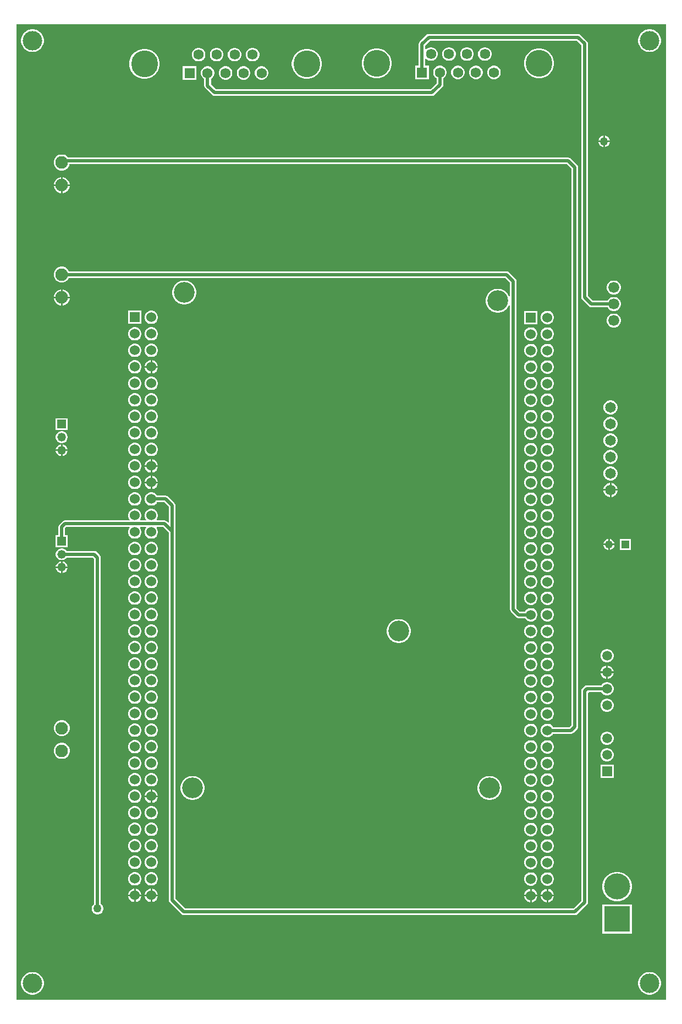
<source format=gbl>
G04*
G04 #@! TF.GenerationSoftware,Altium Limited,Altium Designer,22.8.2 (66)*
G04*
G04 Layer_Physical_Order=2*
G04 Layer_Color=16711680*
%FSLAX42Y42*%
%MOMM*%
G71*
G04*
G04 #@! TF.SameCoordinates,8E390A5F-EF31-4BF6-9372-B9111DFB767B*
G04*
G04*
G04 #@! TF.FilePolarity,Positive*
G04*
G01*
G75*
%ADD37C,0.50*%
%ADD39R,1.53X1.53*%
%ADD40C,1.53*%
%ADD41C,3.20*%
%ADD42C,1.95*%
%ADD43C,1.51*%
%ADD44R,1.51X1.51*%
%ADD45R,1.21X1.21*%
%ADD46C,1.21*%
%ADD47C,1.65*%
%ADD48C,3.00*%
%ADD49C,1.58*%
%ADD50R,1.58X1.58*%
%ADD51C,4.12*%
%ADD52R,1.32X1.32*%
%ADD53C,1.32*%
%ADD54C,1.68*%
%ADD55C,4.00*%
%ADD56R,4.00X4.00*%
%ADD57C,1.27*%
G36*
X10000D02*
X0D01*
Y15000D01*
X10000D01*
Y0D01*
D02*
G37*
%LPC*%
G36*
X9767Y14925D02*
X9733D01*
X9699Y14919D01*
X9667Y14905D01*
X9638Y14886D01*
X9614Y14862D01*
X9595Y14833D01*
X9581Y14801D01*
X9575Y14767D01*
Y14733D01*
X9581Y14699D01*
X9595Y14667D01*
X9614Y14638D01*
X9638Y14614D01*
X9667Y14595D01*
X9699Y14581D01*
X9733Y14575D01*
X9767D01*
X9801Y14581D01*
X9833Y14595D01*
X9862Y14614D01*
X9886Y14638D01*
X9905Y14667D01*
X9919Y14699D01*
X9925Y14733D01*
Y14767D01*
X9919Y14801D01*
X9905Y14833D01*
X9886Y14862D01*
X9862Y14886D01*
X9833Y14905D01*
X9801Y14919D01*
X9767Y14925D01*
D02*
G37*
G36*
X267D02*
X233D01*
X199Y14919D01*
X167Y14905D01*
X138Y14886D01*
X114Y14862D01*
X95Y14833D01*
X81Y14801D01*
X75Y14767D01*
Y14733D01*
X81Y14699D01*
X95Y14667D01*
X114Y14638D01*
X138Y14614D01*
X167Y14595D01*
X199Y14581D01*
X233Y14575D01*
X267D01*
X301Y14581D01*
X333Y14595D01*
X362Y14614D01*
X386Y14638D01*
X405Y14667D01*
X419Y14699D01*
X425Y14733D01*
Y14767D01*
X419Y14801D01*
X405Y14833D01*
X386Y14862D01*
X362Y14886D01*
X333Y14905D01*
X301Y14919D01*
X267Y14925D01*
D02*
G37*
G36*
X7229Y14646D02*
X7201D01*
X7175Y14639D01*
X7151Y14625D01*
X7132Y14606D01*
X7118Y14582D01*
X7111Y14556D01*
Y14528D01*
X7118Y14502D01*
X7132Y14478D01*
X7151Y14459D01*
X7175Y14445D01*
X7201Y14438D01*
X7229D01*
X7255Y14445D01*
X7279Y14459D01*
X7298Y14478D01*
X7312Y14502D01*
X7319Y14528D01*
Y14556D01*
X7312Y14582D01*
X7298Y14606D01*
X7279Y14625D01*
X7255Y14639D01*
X7229Y14646D01*
D02*
G37*
G36*
X6952D02*
X6924D01*
X6898Y14639D01*
X6874Y14625D01*
X6855Y14606D01*
X6841Y14582D01*
X6834Y14556D01*
Y14528D01*
X6841Y14502D01*
X6855Y14478D01*
X6874Y14459D01*
X6898Y14445D01*
X6924Y14438D01*
X6952D01*
X6978Y14445D01*
X7002Y14459D01*
X7021Y14478D01*
X7035Y14502D01*
X7042Y14528D01*
Y14556D01*
X7035Y14582D01*
X7021Y14606D01*
X7002Y14625D01*
X6978Y14639D01*
X6952Y14646D01*
D02*
G37*
G36*
X6675D02*
X6647D01*
X6621Y14639D01*
X6597Y14625D01*
X6578Y14606D01*
X6564Y14582D01*
X6557Y14556D01*
Y14528D01*
X6564Y14502D01*
X6578Y14478D01*
X6597Y14459D01*
X6621Y14445D01*
X6647Y14438D01*
X6675D01*
X6701Y14445D01*
X6725Y14459D01*
X6744Y14478D01*
X6758Y14502D01*
X6765Y14528D01*
Y14556D01*
X6758Y14582D01*
X6744Y14606D01*
X6725Y14625D01*
X6701Y14639D01*
X6675Y14646D01*
D02*
G37*
G36*
X3652Y14638D02*
X3625D01*
X3598Y14631D01*
X3575Y14617D01*
X3555Y14598D01*
X3541Y14574D01*
X3534Y14548D01*
Y14520D01*
X3541Y14494D01*
X3555Y14470D01*
X3575Y14451D01*
X3598Y14437D01*
X3625Y14430D01*
X3652D01*
X3679Y14437D01*
X3702Y14451D01*
X3722Y14470D01*
X3736Y14494D01*
X3743Y14520D01*
Y14548D01*
X3736Y14574D01*
X3722Y14598D01*
X3702Y14617D01*
X3679Y14631D01*
X3652Y14638D01*
D02*
G37*
G36*
X3375D02*
X3348D01*
X3321Y14631D01*
X3298Y14617D01*
X3278Y14598D01*
X3264Y14574D01*
X3257Y14548D01*
Y14520D01*
X3264Y14494D01*
X3278Y14470D01*
X3298Y14451D01*
X3321Y14437D01*
X3348Y14430D01*
X3375D01*
X3402Y14437D01*
X3425Y14451D01*
X3445Y14470D01*
X3459Y14494D01*
X3466Y14520D01*
Y14548D01*
X3459Y14574D01*
X3445Y14598D01*
X3425Y14617D01*
X3402Y14631D01*
X3375Y14638D01*
D02*
G37*
G36*
X3098D02*
X3071D01*
X3044Y14631D01*
X3021Y14617D01*
X3001Y14598D01*
X2987Y14574D01*
X2980Y14548D01*
Y14520D01*
X2987Y14494D01*
X3001Y14470D01*
X3021Y14451D01*
X3044Y14437D01*
X3071Y14430D01*
X3098D01*
X3125Y14437D01*
X3148Y14451D01*
X3168Y14470D01*
X3182Y14494D01*
X3189Y14520D01*
Y14548D01*
X3182Y14574D01*
X3168Y14598D01*
X3148Y14617D01*
X3125Y14631D01*
X3098Y14638D01*
D02*
G37*
G36*
X2821D02*
X2794D01*
X2767Y14631D01*
X2744Y14617D01*
X2724Y14598D01*
X2710Y14574D01*
X2703Y14548D01*
Y14520D01*
X2710Y14494D01*
X2724Y14470D01*
X2744Y14451D01*
X2767Y14437D01*
X2794Y14430D01*
X2821D01*
X2848Y14437D01*
X2871Y14451D01*
X2891Y14470D01*
X2905Y14494D01*
X2912Y14520D01*
Y14548D01*
X2905Y14574D01*
X2891Y14598D01*
X2871Y14617D01*
X2848Y14631D01*
X2821Y14638D01*
D02*
G37*
G36*
X8072Y14631D02*
X8026D01*
X7982Y14622D01*
X7939Y14605D01*
X7902Y14580D01*
X7869Y14547D01*
X7844Y14510D01*
X7827Y14467D01*
X7818Y14423D01*
Y14377D01*
X7827Y14333D01*
X7844Y14290D01*
X7869Y14253D01*
X7902Y14220D01*
X7939Y14195D01*
X7982Y14178D01*
X8026Y14169D01*
X8072D01*
X8116Y14178D01*
X8159Y14195D01*
X8196Y14220D01*
X8229Y14253D01*
X8254Y14290D01*
X8271Y14333D01*
X8280Y14377D01*
Y14423D01*
X8271Y14467D01*
X8254Y14510D01*
X8229Y14547D01*
X8196Y14580D01*
X8159Y14605D01*
X8116Y14622D01*
X8072Y14631D01*
D02*
G37*
G36*
X5573D02*
X5527D01*
X5483Y14622D01*
X5440Y14605D01*
X5403Y14580D01*
X5370Y14547D01*
X5345Y14510D01*
X5328Y14467D01*
X5319Y14423D01*
Y14377D01*
X5328Y14333D01*
X5345Y14290D01*
X5370Y14253D01*
X5403Y14220D01*
X5440Y14195D01*
X5483Y14178D01*
X5527Y14169D01*
X5573D01*
X5617Y14178D01*
X5660Y14195D01*
X5697Y14220D01*
X5730Y14253D01*
X5755Y14290D01*
X5772Y14333D01*
X5781Y14377D01*
Y14423D01*
X5772Y14467D01*
X5755Y14510D01*
X5730Y14547D01*
X5697Y14580D01*
X5660Y14605D01*
X5617Y14622D01*
X5573Y14631D01*
D02*
G37*
G36*
X4495Y14623D02*
X4450D01*
X4405Y14614D01*
X4363Y14597D01*
X4325Y14572D01*
X4293Y14539D01*
X4268Y14502D01*
X4250Y14459D01*
X4241Y14415D01*
Y14369D01*
X4250Y14325D01*
X4268Y14282D01*
X4293Y14245D01*
X4325Y14212D01*
X4363Y14187D01*
X4405Y14170D01*
X4450Y14161D01*
X4495D01*
X4540Y14170D01*
X4582Y14187D01*
X4620Y14212D01*
X4652Y14245D01*
X4677Y14282D01*
X4695Y14325D01*
X4704Y14369D01*
Y14415D01*
X4695Y14459D01*
X4677Y14502D01*
X4652Y14539D01*
X4620Y14572D01*
X4582Y14597D01*
X4540Y14614D01*
X4495Y14623D01*
D02*
G37*
G36*
X1996D02*
X1951D01*
X1906Y14614D01*
X1864Y14597D01*
X1826Y14572D01*
X1794Y14539D01*
X1769Y14502D01*
X1751Y14459D01*
X1742Y14415D01*
Y14369D01*
X1751Y14325D01*
X1769Y14282D01*
X1794Y14245D01*
X1826Y14212D01*
X1864Y14187D01*
X1906Y14170D01*
X1951Y14161D01*
X1996D01*
X2041Y14170D01*
X2083Y14187D01*
X2121Y14212D01*
X2153Y14245D01*
X2178Y14282D01*
X2196Y14325D01*
X2205Y14369D01*
Y14415D01*
X2196Y14459D01*
X2178Y14502D01*
X2153Y14539D01*
X2121Y14572D01*
X2083Y14597D01*
X2041Y14614D01*
X1996Y14623D01*
D02*
G37*
G36*
X7367Y14362D02*
X7340D01*
X7313Y14355D01*
X7290Y14341D01*
X7270Y14322D01*
X7256Y14298D01*
X7249Y14272D01*
Y14244D01*
X7256Y14218D01*
X7270Y14194D01*
X7290Y14175D01*
X7313Y14161D01*
X7340Y14154D01*
X7367D01*
X7394Y14161D01*
X7417Y14175D01*
X7437Y14194D01*
X7451Y14218D01*
X7458Y14244D01*
Y14272D01*
X7451Y14298D01*
X7437Y14322D01*
X7417Y14341D01*
X7394Y14355D01*
X7367Y14362D01*
D02*
G37*
G36*
X7090D02*
X7063D01*
X7036Y14355D01*
X7013Y14341D01*
X6993Y14322D01*
X6979Y14298D01*
X6972Y14272D01*
Y14244D01*
X6979Y14218D01*
X6993Y14194D01*
X7013Y14175D01*
X7036Y14161D01*
X7063Y14154D01*
X7090D01*
X7117Y14161D01*
X7140Y14175D01*
X7160Y14194D01*
X7174Y14218D01*
X7181Y14244D01*
Y14272D01*
X7174Y14298D01*
X7160Y14322D01*
X7140Y14341D01*
X7117Y14355D01*
X7090Y14362D01*
D02*
G37*
G36*
X6813D02*
X6786D01*
X6759Y14355D01*
X6736Y14341D01*
X6716Y14322D01*
X6702Y14298D01*
X6695Y14272D01*
Y14244D01*
X6702Y14218D01*
X6716Y14194D01*
X6736Y14175D01*
X6759Y14161D01*
X6786Y14154D01*
X6813D01*
X6840Y14161D01*
X6863Y14175D01*
X6883Y14194D01*
X6897Y14218D01*
X6904Y14244D01*
Y14272D01*
X6897Y14298D01*
X6883Y14322D01*
X6863Y14341D01*
X6840Y14355D01*
X6813Y14362D01*
D02*
G37*
G36*
X3791Y14354D02*
X3763D01*
X3737Y14347D01*
X3713Y14333D01*
X3694Y14314D01*
X3680Y14290D01*
X3673Y14264D01*
Y14236D01*
X3680Y14210D01*
X3694Y14186D01*
X3713Y14167D01*
X3737Y14153D01*
X3763Y14146D01*
X3791D01*
X3817Y14153D01*
X3841Y14167D01*
X3860Y14186D01*
X3874Y14210D01*
X3881Y14236D01*
Y14264D01*
X3874Y14290D01*
X3860Y14314D01*
X3841Y14333D01*
X3817Y14347D01*
X3791Y14354D01*
D02*
G37*
G36*
X3514D02*
X3486D01*
X3460Y14347D01*
X3436Y14333D01*
X3417Y14314D01*
X3403Y14290D01*
X3396Y14264D01*
Y14236D01*
X3403Y14210D01*
X3417Y14186D01*
X3436Y14167D01*
X3460Y14153D01*
X3486Y14146D01*
X3514D01*
X3540Y14153D01*
X3564Y14167D01*
X3583Y14186D01*
X3597Y14210D01*
X3604Y14236D01*
Y14264D01*
X3597Y14290D01*
X3583Y14314D01*
X3564Y14333D01*
X3540Y14347D01*
X3514Y14354D01*
D02*
G37*
G36*
X3237D02*
X3209D01*
X3183Y14347D01*
X3159Y14333D01*
X3140Y14314D01*
X3126Y14290D01*
X3119Y14264D01*
Y14236D01*
X3126Y14210D01*
X3140Y14186D01*
X3159Y14167D01*
X3183Y14153D01*
X3209Y14146D01*
X3237D01*
X3263Y14153D01*
X3287Y14167D01*
X3306Y14186D01*
X3320Y14210D01*
X3327Y14236D01*
Y14264D01*
X3320Y14290D01*
X3306Y14314D01*
X3287Y14333D01*
X3263Y14347D01*
X3237Y14354D01*
D02*
G37*
G36*
X2773D02*
X2565D01*
Y14146D01*
X2773D01*
Y14354D01*
D02*
G37*
G36*
X6536Y14362D02*
X6509D01*
X6482Y14355D01*
X6459Y14341D01*
X6439Y14322D01*
X6425Y14298D01*
X6418Y14272D01*
Y14244D01*
X6425Y14218D01*
X6439Y14194D01*
X6459Y14175D01*
X6471Y14167D01*
Y14094D01*
X6379Y14001D01*
X3071D01*
X2997Y14075D01*
Y14159D01*
X3010Y14167D01*
X3029Y14186D01*
X3043Y14210D01*
X3050Y14236D01*
Y14264D01*
X3043Y14290D01*
X3029Y14314D01*
X3010Y14333D01*
X2986Y14347D01*
X2960Y14354D01*
X2932D01*
X2906Y14347D01*
X2882Y14333D01*
X2863Y14314D01*
X2849Y14290D01*
X2842Y14264D01*
Y14236D01*
X2849Y14210D01*
X2863Y14186D01*
X2882Y14167D01*
X2895Y14159D01*
Y14054D01*
X2899Y14034D01*
X2910Y14018D01*
X3014Y13914D01*
X3030Y13903D01*
X3050Y13899D01*
X6400D01*
X6420Y13903D01*
X6436Y13914D01*
X6559Y14036D01*
X6570Y14053D01*
X6574Y14073D01*
Y14167D01*
X6586Y14175D01*
X6606Y14194D01*
X6620Y14218D01*
X6627Y14244D01*
Y14272D01*
X6620Y14298D01*
X6606Y14322D01*
X6586Y14341D01*
X6563Y14355D01*
X6536Y14362D01*
D02*
G37*
G36*
X9063Y13289D02*
Y13213D01*
X9139D01*
X9133Y13234D01*
X9121Y13255D01*
X9105Y13271D01*
X9084Y13283D01*
X9063Y13289D01*
D02*
G37*
G36*
X9037D02*
X9016Y13283D01*
X8995Y13271D01*
X8979Y13255D01*
X8967Y13234D01*
X8961Y13213D01*
X9037D01*
Y13289D01*
D02*
G37*
G36*
X9139Y13187D02*
X9063D01*
Y13111D01*
X9084Y13117D01*
X9105Y13129D01*
X9121Y13145D01*
X9133Y13166D01*
X9139Y13187D01*
D02*
G37*
G36*
X9037D02*
X8961D01*
X8967Y13166D01*
X8979Y13145D01*
X8995Y13129D01*
X9016Y13117D01*
X9037Y13111D01*
Y13187D01*
D02*
G37*
G36*
X716Y12648D02*
X713D01*
Y12538D01*
X823D01*
Y12541D01*
X815Y12572D01*
X798Y12600D01*
X775Y12623D01*
X747Y12640D01*
X716Y12648D01*
D02*
G37*
G36*
X687D02*
X684D01*
X653Y12640D01*
X625Y12623D01*
X602Y12600D01*
X585Y12572D01*
X577Y12541D01*
Y12538D01*
X687D01*
Y12648D01*
D02*
G37*
G36*
X823Y12512D02*
X713D01*
Y12402D01*
X716D01*
X747Y12410D01*
X775Y12427D01*
X798Y12450D01*
X815Y12478D01*
X823Y12509D01*
Y12512D01*
D02*
G37*
G36*
X687D02*
X577D01*
Y12509D01*
X585Y12478D01*
X602Y12450D01*
X625Y12427D01*
X653Y12410D01*
X684Y12402D01*
X687D01*
Y12512D01*
D02*
G37*
G36*
X9214Y11059D02*
X9186D01*
X9158Y11052D01*
X9133Y11037D01*
X9113Y11017D01*
X9098Y10992D01*
X9091Y10964D01*
Y10936D01*
X9098Y10908D01*
X9113Y10883D01*
X9133Y10863D01*
X9158Y10848D01*
X9186Y10841D01*
X9214D01*
X9242Y10848D01*
X9267Y10863D01*
X9287Y10883D01*
X9302Y10908D01*
X9309Y10936D01*
Y10964D01*
X9302Y10992D01*
X9287Y11017D01*
X9267Y11037D01*
X9242Y11052D01*
X9214Y11059D01*
D02*
G37*
G36*
X716Y11273D02*
X684D01*
X653Y11265D01*
X625Y11248D01*
X602Y11225D01*
X585Y11197D01*
X577Y11166D01*
Y11134D01*
X585Y11103D01*
X602Y11075D01*
X625Y11052D01*
X653Y11035D01*
X684Y11027D01*
X716D01*
X747Y11035D01*
X775Y11052D01*
X798Y11075D01*
X812Y11099D01*
X7529D01*
X7599Y11029D01*
Y10817D01*
X7586Y10814D01*
X7577Y10835D01*
X7557Y10865D01*
X7531Y10891D01*
X7501Y10911D01*
X7467Y10925D01*
X7431Y10932D01*
X7395D01*
X7359Y10925D01*
X7325Y10911D01*
X7295Y10891D01*
X7269Y10865D01*
X7249Y10835D01*
X7235Y10801D01*
X7228Y10765D01*
Y10729D01*
X7235Y10693D01*
X7249Y10659D01*
X7269Y10629D01*
X7295Y10603D01*
X7325Y10583D01*
X7359Y10569D01*
X7395Y10562D01*
X7431D01*
X7467Y10569D01*
X7501Y10583D01*
X7531Y10603D01*
X7557Y10629D01*
X7577Y10659D01*
X7586Y10680D01*
X7599Y10677D01*
Y6000D01*
X7603Y5980D01*
X7614Y5964D01*
X7695Y5883D01*
X7711Y5872D01*
X7731Y5868D01*
X7833D01*
X7839Y5856D01*
X7858Y5837D01*
X7882Y5824D01*
X7908Y5817D01*
X7934D01*
X7960Y5824D01*
X7984Y5837D01*
X8003Y5856D01*
X8016Y5880D01*
X8023Y5906D01*
Y5932D01*
X8016Y5958D01*
X8003Y5982D01*
X7984Y6001D01*
X7960Y6014D01*
X7934Y6021D01*
X7908D01*
X7882Y6014D01*
X7858Y6001D01*
X7839Y5982D01*
X7833Y5970D01*
X7752D01*
X7701Y6021D01*
Y11050D01*
X7697Y11070D01*
X7686Y11086D01*
X7586Y11186D01*
X7570Y11197D01*
X7550Y11201D01*
X812D01*
X798Y11225D01*
X775Y11248D01*
X747Y11265D01*
X716Y11273D01*
D02*
G37*
G36*
Y10923D02*
X713D01*
Y10813D01*
X823D01*
Y10816D01*
X815Y10847D01*
X798Y10875D01*
X775Y10898D01*
X747Y10915D01*
X716Y10923D01*
D02*
G37*
G36*
X687D02*
X684D01*
X653Y10915D01*
X625Y10898D01*
X602Y10875D01*
X585Y10847D01*
X577Y10816D01*
Y10813D01*
X687D01*
Y10923D01*
D02*
G37*
G36*
X2605Y11059D02*
X2569D01*
X2533Y11052D01*
X2499Y11038D01*
X2469Y11018D01*
X2443Y10992D01*
X2423Y10962D01*
X2409Y10928D01*
X2402Y10892D01*
Y10856D01*
X2409Y10820D01*
X2423Y10786D01*
X2443Y10756D01*
X2469Y10730D01*
X2499Y10710D01*
X2533Y10696D01*
X2569Y10689D01*
X2605D01*
X2641Y10696D01*
X2675Y10710D01*
X2705Y10730D01*
X2731Y10756D01*
X2751Y10786D01*
X2765Y10820D01*
X2772Y10856D01*
Y10892D01*
X2765Y10928D01*
X2751Y10962D01*
X2731Y10992D01*
X2705Y11018D01*
X2675Y11038D01*
X2641Y11052D01*
X2605Y11059D01*
D02*
G37*
G36*
X823Y10787D02*
X713D01*
Y10677D01*
X716D01*
X747Y10685D01*
X775Y10702D01*
X798Y10725D01*
X815Y10753D01*
X823Y10784D01*
Y10787D01*
D02*
G37*
G36*
X687D02*
X577D01*
Y10784D01*
X585Y10753D01*
X602Y10725D01*
X625Y10702D01*
X653Y10685D01*
X684Y10677D01*
X687D01*
Y10787D01*
D02*
G37*
G36*
X8650Y14851D02*
X6350D01*
X6330Y14847D01*
X6314Y14836D01*
X6209Y14732D01*
X6198Y14715D01*
X6194Y14696D01*
Y14362D01*
X6141D01*
Y14154D01*
X6350D01*
Y14362D01*
X6297D01*
Y14464D01*
X6310Y14469D01*
X6320Y14459D01*
X6344Y14445D01*
X6370Y14438D01*
X6398D01*
X6424Y14445D01*
X6448Y14459D01*
X6467Y14478D01*
X6481Y14502D01*
X6488Y14528D01*
Y14556D01*
X6481Y14582D01*
X6467Y14606D01*
X6448Y14625D01*
X6424Y14639D01*
X6398Y14646D01*
X6370D01*
X6344Y14639D01*
X6320Y14625D01*
X6310Y14615D01*
X6297Y14620D01*
Y14674D01*
X6371Y14749D01*
X8629D01*
X8699Y14679D01*
Y10800D01*
X8703Y10780D01*
X8714Y10764D01*
X8818Y10660D01*
X8834Y10649D01*
X8854Y10645D01*
X9104D01*
X9113Y10629D01*
X9133Y10609D01*
X9158Y10594D01*
X9186Y10587D01*
X9214D01*
X9242Y10594D01*
X9267Y10609D01*
X9287Y10629D01*
X9302Y10654D01*
X9309Y10682D01*
Y10710D01*
X9302Y10738D01*
X9287Y10763D01*
X9267Y10783D01*
X9242Y10798D01*
X9214Y10805D01*
X9186D01*
X9158Y10798D01*
X9133Y10783D01*
X9113Y10763D01*
X9104Y10747D01*
X8875D01*
X8801Y10821D01*
Y14700D01*
X8797Y14720D01*
X8786Y14736D01*
X8686Y14836D01*
X8670Y14847D01*
X8650Y14851D01*
D02*
G37*
G36*
X2092Y10595D02*
X2066D01*
X2040Y10588D01*
X2016Y10575D01*
X1997Y10556D01*
X1984Y10532D01*
X1977Y10506D01*
Y10480D01*
X1984Y10454D01*
X1997Y10430D01*
X2016Y10411D01*
X2040Y10398D01*
X2066Y10391D01*
X2092D01*
X2118Y10398D01*
X2142Y10411D01*
X2161Y10430D01*
X2174Y10454D01*
X2181Y10480D01*
Y10506D01*
X2174Y10532D01*
X2161Y10556D01*
X2142Y10575D01*
X2118Y10588D01*
X2092Y10595D01*
D02*
G37*
G36*
X1927D02*
X1723D01*
Y10391D01*
X1927D01*
Y10595D01*
D02*
G37*
G36*
X8188Y10593D02*
X8162D01*
X8136Y10586D01*
X8112Y10573D01*
X8093Y10554D01*
X8080Y10530D01*
X8073Y10504D01*
Y10478D01*
X8080Y10452D01*
X8093Y10428D01*
X8112Y10409D01*
X8136Y10396D01*
X8162Y10389D01*
X8188D01*
X8214Y10396D01*
X8238Y10409D01*
X8257Y10428D01*
X8270Y10452D01*
X8277Y10478D01*
Y10504D01*
X8270Y10530D01*
X8257Y10554D01*
X8238Y10573D01*
X8214Y10586D01*
X8188Y10593D01*
D02*
G37*
G36*
X8023D02*
X7819D01*
Y10389D01*
X8023D01*
Y10593D01*
D02*
G37*
G36*
X9214Y10551D02*
X9186D01*
X9158Y10544D01*
X9133Y10529D01*
X9113Y10509D01*
X9098Y10484D01*
X9091Y10456D01*
Y10428D01*
X9098Y10400D01*
X9113Y10375D01*
X9133Y10355D01*
X9158Y10340D01*
X9186Y10333D01*
X9214D01*
X9242Y10340D01*
X9267Y10355D01*
X9287Y10375D01*
X9302Y10400D01*
X9309Y10428D01*
Y10456D01*
X9302Y10484D01*
X9287Y10509D01*
X9267Y10529D01*
X9242Y10544D01*
X9214Y10551D01*
D02*
G37*
G36*
X2092Y10341D02*
X2066D01*
X2040Y10334D01*
X2016Y10321D01*
X1997Y10302D01*
X1984Y10278D01*
X1977Y10252D01*
Y10226D01*
X1984Y10200D01*
X1997Y10176D01*
X2016Y10157D01*
X2040Y10144D01*
X2066Y10137D01*
X2092D01*
X2118Y10144D01*
X2142Y10157D01*
X2161Y10176D01*
X2174Y10200D01*
X2181Y10226D01*
Y10252D01*
X2174Y10278D01*
X2161Y10302D01*
X2142Y10321D01*
X2118Y10334D01*
X2092Y10341D01*
D02*
G37*
G36*
X1838D02*
X1812D01*
X1786Y10334D01*
X1762Y10321D01*
X1743Y10302D01*
X1730Y10278D01*
X1723Y10252D01*
Y10226D01*
X1730Y10200D01*
X1743Y10176D01*
X1762Y10157D01*
X1786Y10144D01*
X1812Y10137D01*
X1838D01*
X1864Y10144D01*
X1888Y10157D01*
X1907Y10176D01*
X1920Y10200D01*
X1927Y10226D01*
Y10252D01*
X1920Y10278D01*
X1907Y10302D01*
X1888Y10321D01*
X1864Y10334D01*
X1838Y10341D01*
D02*
G37*
G36*
X8188Y10339D02*
X8162D01*
X8136Y10332D01*
X8112Y10319D01*
X8093Y10300D01*
X8080Y10276D01*
X8073Y10250D01*
Y10224D01*
X8080Y10198D01*
X8093Y10174D01*
X8112Y10155D01*
X8136Y10142D01*
X8162Y10135D01*
X8188D01*
X8214Y10142D01*
X8238Y10155D01*
X8257Y10174D01*
X8270Y10198D01*
X8277Y10224D01*
Y10250D01*
X8270Y10276D01*
X8257Y10300D01*
X8238Y10319D01*
X8214Y10332D01*
X8188Y10339D01*
D02*
G37*
G36*
X7934D02*
X7908D01*
X7882Y10332D01*
X7858Y10319D01*
X7839Y10300D01*
X7826Y10276D01*
X7819Y10250D01*
Y10224D01*
X7826Y10198D01*
X7839Y10174D01*
X7858Y10155D01*
X7882Y10142D01*
X7908Y10135D01*
X7934D01*
X7960Y10142D01*
X7984Y10155D01*
X8003Y10174D01*
X8016Y10198D01*
X8023Y10224D01*
Y10250D01*
X8016Y10276D01*
X8003Y10300D01*
X7984Y10319D01*
X7960Y10332D01*
X7934Y10339D01*
D02*
G37*
G36*
X2092Y10087D02*
X2066D01*
X2040Y10080D01*
X2016Y10067D01*
X1997Y10048D01*
X1984Y10024D01*
X1977Y9998D01*
Y9972D01*
X1984Y9946D01*
X1997Y9922D01*
X2016Y9903D01*
X2040Y9890D01*
X2066Y9883D01*
X2092D01*
X2118Y9890D01*
X2142Y9903D01*
X2161Y9922D01*
X2174Y9946D01*
X2181Y9972D01*
Y9998D01*
X2174Y10024D01*
X2161Y10048D01*
X2142Y10067D01*
X2118Y10080D01*
X2092Y10087D01*
D02*
G37*
G36*
X1838D02*
X1812D01*
X1786Y10080D01*
X1762Y10067D01*
X1743Y10048D01*
X1730Y10024D01*
X1723Y9998D01*
Y9972D01*
X1730Y9946D01*
X1743Y9922D01*
X1762Y9903D01*
X1786Y9890D01*
X1812Y9883D01*
X1838D01*
X1864Y9890D01*
X1888Y9903D01*
X1907Y9922D01*
X1920Y9946D01*
X1927Y9972D01*
Y9998D01*
X1920Y10024D01*
X1907Y10048D01*
X1888Y10067D01*
X1864Y10080D01*
X1838Y10087D01*
D02*
G37*
G36*
X8188Y10085D02*
X8162D01*
X8136Y10078D01*
X8112Y10065D01*
X8093Y10046D01*
X8080Y10022D01*
X8073Y9996D01*
Y9970D01*
X8080Y9944D01*
X8093Y9920D01*
X8112Y9901D01*
X8136Y9888D01*
X8162Y9881D01*
X8188D01*
X8214Y9888D01*
X8238Y9901D01*
X8257Y9920D01*
X8270Y9944D01*
X8277Y9970D01*
Y9996D01*
X8270Y10022D01*
X8257Y10046D01*
X8238Y10065D01*
X8214Y10078D01*
X8188Y10085D01*
D02*
G37*
G36*
X7934D02*
X7908D01*
X7882Y10078D01*
X7858Y10065D01*
X7839Y10046D01*
X7826Y10022D01*
X7819Y9996D01*
Y9970D01*
X7826Y9944D01*
X7839Y9920D01*
X7858Y9901D01*
X7882Y9888D01*
X7908Y9881D01*
X7934D01*
X7960Y9888D01*
X7984Y9901D01*
X8003Y9920D01*
X8016Y9944D01*
X8023Y9970D01*
Y9996D01*
X8016Y10022D01*
X8003Y10046D01*
X7984Y10065D01*
X7960Y10078D01*
X7934Y10085D01*
D02*
G37*
G36*
X2092Y9833D02*
X2092D01*
Y9744D01*
X2181D01*
Y9744D01*
X2174Y9770D01*
X2161Y9794D01*
X2142Y9813D01*
X2118Y9826D01*
X2092Y9833D01*
D02*
G37*
G36*
X2066D02*
X2066D01*
X2040Y9826D01*
X2016Y9813D01*
X1997Y9794D01*
X1984Y9770D01*
X1977Y9744D01*
Y9744D01*
X2066D01*
Y9833D01*
D02*
G37*
G36*
X2181Y9718D02*
X2092D01*
Y9629D01*
X2092D01*
X2118Y9636D01*
X2142Y9649D01*
X2161Y9668D01*
X2174Y9692D01*
X2181Y9718D01*
Y9718D01*
D02*
G37*
G36*
X2066D02*
X1977D01*
Y9718D01*
X1984Y9692D01*
X1997Y9668D01*
X2016Y9649D01*
X2040Y9636D01*
X2066Y9629D01*
X2066D01*
Y9718D01*
D02*
G37*
G36*
X1838Y9833D02*
X1812D01*
X1786Y9826D01*
X1762Y9813D01*
X1743Y9794D01*
X1730Y9770D01*
X1723Y9744D01*
Y9718D01*
X1730Y9692D01*
X1743Y9668D01*
X1762Y9649D01*
X1786Y9636D01*
X1812Y9629D01*
X1838D01*
X1864Y9636D01*
X1888Y9649D01*
X1907Y9668D01*
X1920Y9692D01*
X1927Y9718D01*
Y9744D01*
X1920Y9770D01*
X1907Y9794D01*
X1888Y9813D01*
X1864Y9826D01*
X1838Y9833D01*
D02*
G37*
G36*
X8188Y9831D02*
X8162D01*
X8136Y9824D01*
X8112Y9811D01*
X8093Y9792D01*
X8080Y9768D01*
X8073Y9742D01*
Y9716D01*
X8080Y9690D01*
X8093Y9666D01*
X8112Y9647D01*
X8136Y9634D01*
X8162Y9627D01*
X8188D01*
X8214Y9634D01*
X8238Y9647D01*
X8257Y9666D01*
X8270Y9690D01*
X8277Y9716D01*
Y9742D01*
X8270Y9768D01*
X8257Y9792D01*
X8238Y9811D01*
X8214Y9824D01*
X8188Y9831D01*
D02*
G37*
G36*
X7934D02*
X7908D01*
X7882Y9824D01*
X7858Y9811D01*
X7839Y9792D01*
X7826Y9768D01*
X7819Y9742D01*
Y9716D01*
X7826Y9690D01*
X7839Y9666D01*
X7858Y9647D01*
X7882Y9634D01*
X7908Y9627D01*
X7934D01*
X7960Y9634D01*
X7984Y9647D01*
X8003Y9666D01*
X8016Y9690D01*
X8023Y9716D01*
Y9742D01*
X8016Y9768D01*
X8003Y9792D01*
X7984Y9811D01*
X7960Y9824D01*
X7934Y9831D01*
D02*
G37*
G36*
X2092Y9579D02*
X2066D01*
X2040Y9572D01*
X2016Y9559D01*
X1997Y9540D01*
X1984Y9516D01*
X1977Y9490D01*
Y9464D01*
X1984Y9438D01*
X1997Y9414D01*
X2016Y9395D01*
X2040Y9382D01*
X2066Y9375D01*
X2092D01*
X2118Y9382D01*
X2142Y9395D01*
X2161Y9414D01*
X2174Y9438D01*
X2181Y9464D01*
Y9490D01*
X2174Y9516D01*
X2161Y9540D01*
X2142Y9559D01*
X2118Y9572D01*
X2092Y9579D01*
D02*
G37*
G36*
X1838D02*
X1812D01*
X1786Y9572D01*
X1762Y9559D01*
X1743Y9540D01*
X1730Y9516D01*
X1723Y9490D01*
Y9464D01*
X1730Y9438D01*
X1743Y9414D01*
X1762Y9395D01*
X1786Y9382D01*
X1812Y9375D01*
X1838D01*
X1864Y9382D01*
X1888Y9395D01*
X1907Y9414D01*
X1920Y9438D01*
X1927Y9464D01*
Y9490D01*
X1920Y9516D01*
X1907Y9540D01*
X1888Y9559D01*
X1864Y9572D01*
X1838Y9579D01*
D02*
G37*
G36*
X8188Y9577D02*
X8162D01*
X8136Y9570D01*
X8112Y9557D01*
X8093Y9538D01*
X8080Y9514D01*
X8073Y9488D01*
Y9462D01*
X8080Y9436D01*
X8093Y9412D01*
X8112Y9393D01*
X8136Y9380D01*
X8162Y9373D01*
X8188D01*
X8214Y9380D01*
X8238Y9393D01*
X8257Y9412D01*
X8270Y9436D01*
X8277Y9462D01*
Y9488D01*
X8270Y9514D01*
X8257Y9538D01*
X8238Y9557D01*
X8214Y9570D01*
X8188Y9577D01*
D02*
G37*
G36*
X7934D02*
X7908D01*
X7882Y9570D01*
X7858Y9557D01*
X7839Y9538D01*
X7826Y9514D01*
X7819Y9488D01*
Y9462D01*
X7826Y9436D01*
X7839Y9412D01*
X7858Y9393D01*
X7882Y9380D01*
X7908Y9373D01*
X7934D01*
X7960Y9380D01*
X7984Y9393D01*
X8003Y9412D01*
X8016Y9436D01*
X8023Y9462D01*
Y9488D01*
X8016Y9514D01*
X8003Y9538D01*
X7984Y9557D01*
X7960Y9570D01*
X7934Y9577D01*
D02*
G37*
G36*
X2092Y9325D02*
X2066D01*
X2040Y9318D01*
X2016Y9305D01*
X1997Y9286D01*
X1984Y9262D01*
X1977Y9236D01*
Y9210D01*
X1984Y9184D01*
X1997Y9160D01*
X2016Y9141D01*
X2040Y9128D01*
X2066Y9121D01*
X2092D01*
X2118Y9128D01*
X2142Y9141D01*
X2161Y9160D01*
X2174Y9184D01*
X2181Y9210D01*
Y9236D01*
X2174Y9262D01*
X2161Y9286D01*
X2142Y9305D01*
X2118Y9318D01*
X2092Y9325D01*
D02*
G37*
G36*
X1838D02*
X1812D01*
X1786Y9318D01*
X1762Y9305D01*
X1743Y9286D01*
X1730Y9262D01*
X1723Y9236D01*
Y9210D01*
X1730Y9184D01*
X1743Y9160D01*
X1762Y9141D01*
X1786Y9128D01*
X1812Y9121D01*
X1838D01*
X1864Y9128D01*
X1888Y9141D01*
X1907Y9160D01*
X1920Y9184D01*
X1927Y9210D01*
Y9236D01*
X1920Y9262D01*
X1907Y9286D01*
X1888Y9305D01*
X1864Y9318D01*
X1838Y9325D01*
D02*
G37*
G36*
X8188Y9323D02*
X8162D01*
X8136Y9316D01*
X8112Y9303D01*
X8093Y9284D01*
X8080Y9260D01*
X8073Y9234D01*
Y9208D01*
X8080Y9182D01*
X8093Y9158D01*
X8112Y9139D01*
X8136Y9126D01*
X8162Y9119D01*
X8188D01*
X8214Y9126D01*
X8238Y9139D01*
X8257Y9158D01*
X8270Y9182D01*
X8277Y9208D01*
Y9234D01*
X8270Y9260D01*
X8257Y9284D01*
X8238Y9303D01*
X8214Y9316D01*
X8188Y9323D01*
D02*
G37*
G36*
X7934D02*
X7908D01*
X7882Y9316D01*
X7858Y9303D01*
X7839Y9284D01*
X7826Y9260D01*
X7819Y9234D01*
Y9208D01*
X7826Y9182D01*
X7839Y9158D01*
X7858Y9139D01*
X7882Y9126D01*
X7908Y9119D01*
X7934D01*
X7960Y9126D01*
X7984Y9139D01*
X8003Y9158D01*
X8016Y9182D01*
X8023Y9208D01*
Y9234D01*
X8016Y9260D01*
X8003Y9284D01*
X7984Y9303D01*
X7960Y9316D01*
X7934Y9323D01*
D02*
G37*
G36*
X9164Y9216D02*
X9136D01*
X9108Y9209D01*
X9084Y9194D01*
X9064Y9174D01*
X9049Y9150D01*
X9042Y9122D01*
Y9094D01*
X9049Y9066D01*
X9064Y9042D01*
X9084Y9022D01*
X9108Y9007D01*
X9136Y9000D01*
X9164D01*
X9192Y9007D01*
X9216Y9022D01*
X9236Y9042D01*
X9251Y9066D01*
X9258Y9094D01*
Y9122D01*
X9251Y9150D01*
X9236Y9174D01*
X9216Y9194D01*
X9192Y9209D01*
X9164Y9216D01*
D02*
G37*
G36*
X2092Y9071D02*
X2066D01*
X2040Y9064D01*
X2016Y9051D01*
X1997Y9032D01*
X1984Y9008D01*
X1977Y8982D01*
Y8956D01*
X1984Y8930D01*
X1997Y8906D01*
X2016Y8887D01*
X2040Y8874D01*
X2066Y8867D01*
X2092D01*
X2118Y8874D01*
X2142Y8887D01*
X2161Y8906D01*
X2174Y8930D01*
X2181Y8956D01*
Y8982D01*
X2174Y9008D01*
X2161Y9032D01*
X2142Y9051D01*
X2118Y9064D01*
X2092Y9071D01*
D02*
G37*
G36*
X1838D02*
X1812D01*
X1786Y9064D01*
X1762Y9051D01*
X1743Y9032D01*
X1730Y9008D01*
X1723Y8982D01*
Y8956D01*
X1730Y8930D01*
X1743Y8906D01*
X1762Y8887D01*
X1786Y8874D01*
X1812Y8867D01*
X1838D01*
X1864Y8874D01*
X1888Y8887D01*
X1907Y8906D01*
X1920Y8930D01*
X1927Y8956D01*
Y8982D01*
X1920Y9008D01*
X1907Y9032D01*
X1888Y9051D01*
X1864Y9064D01*
X1838Y9071D01*
D02*
G37*
G36*
X8188Y9069D02*
X8162D01*
X8136Y9062D01*
X8112Y9049D01*
X8093Y9030D01*
X8080Y9006D01*
X8073Y8980D01*
Y8954D01*
X8080Y8928D01*
X8093Y8904D01*
X8112Y8885D01*
X8136Y8872D01*
X8162Y8865D01*
X8188D01*
X8214Y8872D01*
X8238Y8885D01*
X8257Y8904D01*
X8270Y8928D01*
X8277Y8954D01*
Y8980D01*
X8270Y9006D01*
X8257Y9030D01*
X8238Y9049D01*
X8214Y9062D01*
X8188Y9069D01*
D02*
G37*
G36*
X7934D02*
X7908D01*
X7882Y9062D01*
X7858Y9049D01*
X7839Y9030D01*
X7826Y9006D01*
X7819Y8980D01*
Y8954D01*
X7826Y8928D01*
X7839Y8904D01*
X7858Y8885D01*
X7882Y8872D01*
X7908Y8865D01*
X7934D01*
X7960Y8872D01*
X7984Y8885D01*
X8003Y8904D01*
X8016Y8928D01*
X8023Y8954D01*
Y8980D01*
X8016Y9006D01*
X8003Y9030D01*
X7984Y9049D01*
X7960Y9062D01*
X7934Y9069D01*
D02*
G37*
G36*
X791Y8941D02*
X609D01*
Y8759D01*
X791D01*
Y8941D01*
D02*
G37*
G36*
X9164Y8962D02*
X9136D01*
X9108Y8955D01*
X9084Y8940D01*
X9064Y8920D01*
X9049Y8896D01*
X9042Y8868D01*
Y8840D01*
X9049Y8812D01*
X9064Y8788D01*
X9084Y8768D01*
X9108Y8753D01*
X9136Y8746D01*
X9164D01*
X9192Y8753D01*
X9216Y8768D01*
X9236Y8788D01*
X9251Y8812D01*
X9258Y8840D01*
Y8868D01*
X9251Y8896D01*
X9236Y8920D01*
X9216Y8940D01*
X9192Y8955D01*
X9164Y8962D01*
D02*
G37*
G36*
X2092Y8817D02*
X2066D01*
X2040Y8810D01*
X2016Y8797D01*
X1997Y8778D01*
X1984Y8754D01*
X1977Y8728D01*
Y8702D01*
X1984Y8676D01*
X1997Y8652D01*
X2016Y8633D01*
X2040Y8620D01*
X2066Y8613D01*
X2092D01*
X2118Y8620D01*
X2142Y8633D01*
X2161Y8652D01*
X2174Y8676D01*
X2181Y8702D01*
Y8728D01*
X2174Y8754D01*
X2161Y8778D01*
X2142Y8797D01*
X2118Y8810D01*
X2092Y8817D01*
D02*
G37*
G36*
X1838D02*
X1812D01*
X1786Y8810D01*
X1762Y8797D01*
X1743Y8778D01*
X1730Y8754D01*
X1723Y8728D01*
Y8702D01*
X1730Y8676D01*
X1743Y8652D01*
X1762Y8633D01*
X1786Y8620D01*
X1812Y8613D01*
X1838D01*
X1864Y8620D01*
X1888Y8633D01*
X1907Y8652D01*
X1920Y8676D01*
X1927Y8702D01*
Y8728D01*
X1920Y8754D01*
X1907Y8778D01*
X1888Y8797D01*
X1864Y8810D01*
X1838Y8817D01*
D02*
G37*
G36*
X8188Y8815D02*
X8162D01*
X8136Y8808D01*
X8112Y8795D01*
X8093Y8776D01*
X8080Y8752D01*
X8073Y8726D01*
Y8700D01*
X8080Y8674D01*
X8093Y8650D01*
X8112Y8631D01*
X8136Y8618D01*
X8162Y8611D01*
X8188D01*
X8214Y8618D01*
X8238Y8631D01*
X8257Y8650D01*
X8270Y8674D01*
X8277Y8700D01*
Y8726D01*
X8270Y8752D01*
X8257Y8776D01*
X8238Y8795D01*
X8214Y8808D01*
X8188Y8815D01*
D02*
G37*
G36*
X7934D02*
X7908D01*
X7882Y8808D01*
X7858Y8795D01*
X7839Y8776D01*
X7826Y8752D01*
X7819Y8726D01*
Y8700D01*
X7826Y8674D01*
X7839Y8650D01*
X7858Y8631D01*
X7882Y8618D01*
X7908Y8611D01*
X7934D01*
X7960Y8618D01*
X7984Y8631D01*
X8003Y8650D01*
X8016Y8674D01*
X8023Y8700D01*
Y8726D01*
X8016Y8752D01*
X8003Y8776D01*
X7984Y8795D01*
X7960Y8808D01*
X7934Y8815D01*
D02*
G37*
G36*
X712Y8741D02*
X688D01*
X665Y8735D01*
X644Y8723D01*
X627Y8706D01*
X615Y8685D01*
X609Y8662D01*
Y8638D01*
X615Y8615D01*
X627Y8594D01*
X644Y8577D01*
X665Y8565D01*
X688Y8559D01*
X712D01*
X735Y8565D01*
X756Y8577D01*
X773Y8594D01*
X785Y8615D01*
X791Y8638D01*
Y8662D01*
X785Y8685D01*
X773Y8706D01*
X756Y8723D01*
X735Y8735D01*
X712Y8741D01*
D02*
G37*
G36*
X9164Y8708D02*
X9136D01*
X9108Y8701D01*
X9084Y8686D01*
X9064Y8666D01*
X9049Y8642D01*
X9042Y8614D01*
Y8586D01*
X9049Y8558D01*
X9064Y8534D01*
X9084Y8514D01*
X9108Y8499D01*
X9136Y8492D01*
X9164D01*
X9192Y8499D01*
X9216Y8514D01*
X9236Y8534D01*
X9251Y8558D01*
X9258Y8586D01*
Y8614D01*
X9251Y8642D01*
X9236Y8666D01*
X9216Y8686D01*
X9192Y8701D01*
X9164Y8708D01*
D02*
G37*
G36*
X713Y8541D02*
Y8463D01*
X791D01*
X785Y8485D01*
X773Y8506D01*
X756Y8523D01*
X735Y8535D01*
X713Y8541D01*
D02*
G37*
G36*
X687D02*
X665Y8535D01*
X644Y8523D01*
X627Y8506D01*
X615Y8485D01*
X609Y8463D01*
X687D01*
Y8541D01*
D02*
G37*
G36*
X2092Y8563D02*
X2066D01*
X2040Y8556D01*
X2016Y8543D01*
X1997Y8524D01*
X1984Y8500D01*
X1977Y8474D01*
Y8448D01*
X1984Y8422D01*
X1997Y8398D01*
X2016Y8379D01*
X2040Y8366D01*
X2066Y8359D01*
X2092D01*
X2118Y8366D01*
X2142Y8379D01*
X2161Y8398D01*
X2174Y8422D01*
X2181Y8448D01*
Y8474D01*
X2174Y8500D01*
X2161Y8524D01*
X2142Y8543D01*
X2118Y8556D01*
X2092Y8563D01*
D02*
G37*
G36*
X1838D02*
X1812D01*
X1786Y8556D01*
X1762Y8543D01*
X1743Y8524D01*
X1730Y8500D01*
X1723Y8474D01*
Y8448D01*
X1730Y8422D01*
X1743Y8398D01*
X1762Y8379D01*
X1786Y8366D01*
X1812Y8359D01*
X1838D01*
X1864Y8366D01*
X1888Y8379D01*
X1907Y8398D01*
X1920Y8422D01*
X1927Y8448D01*
Y8474D01*
X1920Y8500D01*
X1907Y8524D01*
X1888Y8543D01*
X1864Y8556D01*
X1838Y8563D01*
D02*
G37*
G36*
X791Y8437D02*
X713D01*
Y8359D01*
X735Y8365D01*
X756Y8377D01*
X773Y8394D01*
X785Y8415D01*
X791Y8437D01*
D02*
G37*
G36*
X687D02*
X609D01*
X615Y8415D01*
X627Y8394D01*
X644Y8377D01*
X665Y8365D01*
X687Y8359D01*
Y8437D01*
D02*
G37*
G36*
X8188Y8561D02*
X8162D01*
X8136Y8554D01*
X8112Y8541D01*
X8093Y8522D01*
X8080Y8498D01*
X8073Y8472D01*
Y8446D01*
X8080Y8420D01*
X8093Y8396D01*
X8112Y8377D01*
X8136Y8364D01*
X8162Y8357D01*
X8188D01*
X8214Y8364D01*
X8238Y8377D01*
X8257Y8396D01*
X8270Y8420D01*
X8277Y8446D01*
Y8472D01*
X8270Y8498D01*
X8257Y8522D01*
X8238Y8541D01*
X8214Y8554D01*
X8188Y8561D01*
D02*
G37*
G36*
X7934D02*
X7908D01*
X7882Y8554D01*
X7858Y8541D01*
X7839Y8522D01*
X7826Y8498D01*
X7819Y8472D01*
Y8446D01*
X7826Y8420D01*
X7839Y8396D01*
X7858Y8377D01*
X7882Y8364D01*
X7908Y8357D01*
X7934D01*
X7960Y8364D01*
X7984Y8377D01*
X8003Y8396D01*
X8016Y8420D01*
X8023Y8446D01*
Y8472D01*
X8016Y8498D01*
X8003Y8522D01*
X7984Y8541D01*
X7960Y8554D01*
X7934Y8561D01*
D02*
G37*
G36*
X9164Y8454D02*
X9136D01*
X9108Y8447D01*
X9084Y8432D01*
X9064Y8412D01*
X9049Y8388D01*
X9042Y8360D01*
Y8332D01*
X9049Y8304D01*
X9064Y8280D01*
X9084Y8260D01*
X9108Y8245D01*
X9136Y8238D01*
X9164D01*
X9192Y8245D01*
X9216Y8260D01*
X9236Y8280D01*
X9251Y8304D01*
X9258Y8332D01*
Y8360D01*
X9251Y8388D01*
X9236Y8412D01*
X9216Y8432D01*
X9192Y8447D01*
X9164Y8454D01*
D02*
G37*
G36*
X2092Y8309D02*
X2092D01*
Y8220D01*
X2181D01*
Y8220D01*
X2174Y8246D01*
X2161Y8270D01*
X2142Y8289D01*
X2118Y8302D01*
X2092Y8309D01*
D02*
G37*
G36*
X2066D02*
X2066D01*
X2040Y8302D01*
X2016Y8289D01*
X1997Y8270D01*
X1984Y8246D01*
X1977Y8220D01*
Y8220D01*
X2066D01*
Y8309D01*
D02*
G37*
G36*
X2181Y8194D02*
X2092D01*
Y8105D01*
X2092D01*
X2118Y8112D01*
X2142Y8125D01*
X2161Y8144D01*
X2174Y8168D01*
X2181Y8194D01*
Y8194D01*
D02*
G37*
G36*
X2066D02*
X1977D01*
Y8194D01*
X1984Y8168D01*
X1997Y8144D01*
X2016Y8125D01*
X2040Y8112D01*
X2066Y8105D01*
X2066D01*
Y8194D01*
D02*
G37*
G36*
X1838Y8309D02*
X1812D01*
X1786Y8302D01*
X1762Y8289D01*
X1743Y8270D01*
X1730Y8246D01*
X1723Y8220D01*
Y8194D01*
X1730Y8168D01*
X1743Y8144D01*
X1762Y8125D01*
X1786Y8112D01*
X1812Y8105D01*
X1838D01*
X1864Y8112D01*
X1888Y8125D01*
X1907Y8144D01*
X1920Y8168D01*
X1927Y8194D01*
Y8220D01*
X1920Y8246D01*
X1907Y8270D01*
X1888Y8289D01*
X1864Y8302D01*
X1838Y8309D01*
D02*
G37*
G36*
X8188Y8307D02*
X8162D01*
X8136Y8300D01*
X8112Y8287D01*
X8093Y8268D01*
X8080Y8244D01*
X8073Y8218D01*
Y8192D01*
X8080Y8166D01*
X8093Y8142D01*
X8112Y8123D01*
X8136Y8110D01*
X8162Y8103D01*
X8188D01*
X8214Y8110D01*
X8238Y8123D01*
X8257Y8142D01*
X8270Y8166D01*
X8277Y8192D01*
Y8218D01*
X8270Y8244D01*
X8257Y8268D01*
X8238Y8287D01*
X8214Y8300D01*
X8188Y8307D01*
D02*
G37*
G36*
X7934D02*
X7908D01*
X7882Y8300D01*
X7858Y8287D01*
X7839Y8268D01*
X7826Y8244D01*
X7819Y8218D01*
Y8192D01*
X7826Y8166D01*
X7839Y8142D01*
X7858Y8123D01*
X7882Y8110D01*
X7908Y8103D01*
X7934D01*
X7960Y8110D01*
X7984Y8123D01*
X8003Y8142D01*
X8016Y8166D01*
X8023Y8192D01*
Y8218D01*
X8016Y8244D01*
X8003Y8268D01*
X7984Y8287D01*
X7960Y8300D01*
X7934Y8307D01*
D02*
G37*
G36*
X9164Y8200D02*
X9136D01*
X9108Y8193D01*
X9084Y8178D01*
X9064Y8158D01*
X9049Y8134D01*
X9042Y8106D01*
Y8078D01*
X9049Y8050D01*
X9064Y8026D01*
X9084Y8006D01*
X9108Y7991D01*
X9136Y7984D01*
X9164D01*
X9192Y7991D01*
X9216Y8006D01*
X9236Y8026D01*
X9251Y8050D01*
X9258Y8078D01*
Y8106D01*
X9251Y8134D01*
X9236Y8158D01*
X9216Y8178D01*
X9192Y8193D01*
X9164Y8200D01*
D02*
G37*
G36*
X2092Y8055D02*
X2092D01*
Y7966D01*
X2181D01*
Y7966D01*
X2174Y7992D01*
X2161Y8016D01*
X2142Y8035D01*
X2118Y8048D01*
X2092Y8055D01*
D02*
G37*
G36*
X2066D02*
X2066D01*
X2040Y8048D01*
X2016Y8035D01*
X1997Y8016D01*
X1984Y7992D01*
X1977Y7966D01*
Y7966D01*
X2066D01*
Y8055D01*
D02*
G37*
G36*
X2181Y7940D02*
X2092D01*
Y7851D01*
X2092D01*
X2118Y7858D01*
X2142Y7871D01*
X2161Y7890D01*
X2174Y7914D01*
X2181Y7940D01*
Y7940D01*
D02*
G37*
G36*
X2066D02*
X1977D01*
Y7940D01*
X1984Y7914D01*
X1997Y7890D01*
X2016Y7871D01*
X2040Y7858D01*
X2066Y7851D01*
X2066D01*
Y7940D01*
D02*
G37*
G36*
X1838Y8055D02*
X1812D01*
X1786Y8048D01*
X1762Y8035D01*
X1743Y8016D01*
X1730Y7992D01*
X1723Y7966D01*
Y7940D01*
X1730Y7914D01*
X1743Y7890D01*
X1762Y7871D01*
X1786Y7858D01*
X1812Y7851D01*
X1838D01*
X1864Y7858D01*
X1888Y7871D01*
X1907Y7890D01*
X1920Y7914D01*
X1927Y7940D01*
Y7966D01*
X1920Y7992D01*
X1907Y8016D01*
X1888Y8035D01*
X1864Y8048D01*
X1838Y8055D01*
D02*
G37*
G36*
X9164Y7946D02*
X9163D01*
Y7851D01*
X9258D01*
Y7852D01*
X9251Y7880D01*
X9236Y7904D01*
X9216Y7924D01*
X9192Y7939D01*
X9164Y7946D01*
D02*
G37*
G36*
X9137D02*
X9136D01*
X9108Y7939D01*
X9084Y7924D01*
X9064Y7904D01*
X9049Y7880D01*
X9042Y7852D01*
Y7851D01*
X9137D01*
Y7946D01*
D02*
G37*
G36*
X8188Y8053D02*
X8162D01*
X8136Y8046D01*
X8112Y8033D01*
X8093Y8014D01*
X8080Y7990D01*
X8073Y7964D01*
Y7938D01*
X8080Y7912D01*
X8093Y7888D01*
X8112Y7869D01*
X8136Y7856D01*
X8162Y7849D01*
X8188D01*
X8214Y7856D01*
X8238Y7869D01*
X8257Y7888D01*
X8270Y7912D01*
X8277Y7938D01*
Y7964D01*
X8270Y7990D01*
X8257Y8014D01*
X8238Y8033D01*
X8214Y8046D01*
X8188Y8053D01*
D02*
G37*
G36*
X7934D02*
X7908D01*
X7882Y8046D01*
X7858Y8033D01*
X7839Y8014D01*
X7826Y7990D01*
X7819Y7964D01*
Y7938D01*
X7826Y7912D01*
X7839Y7888D01*
X7858Y7869D01*
X7882Y7856D01*
X7908Y7849D01*
X7934D01*
X7960Y7856D01*
X7984Y7869D01*
X8003Y7888D01*
X8016Y7912D01*
X8023Y7938D01*
Y7964D01*
X8016Y7990D01*
X8003Y8014D01*
X7984Y8033D01*
X7960Y8046D01*
X7934Y8053D01*
D02*
G37*
G36*
X9258Y7825D02*
X9163D01*
Y7730D01*
X9164D01*
X9192Y7737D01*
X9216Y7752D01*
X9236Y7772D01*
X9251Y7796D01*
X9258Y7824D01*
Y7825D01*
D02*
G37*
G36*
X9137D02*
X9042D01*
Y7824D01*
X9049Y7796D01*
X9064Y7772D01*
X9084Y7752D01*
X9108Y7737D01*
X9136Y7730D01*
X9137D01*
Y7825D01*
D02*
G37*
G36*
X1838Y7801D02*
X1812D01*
X1786Y7794D01*
X1762Y7781D01*
X1743Y7762D01*
X1730Y7738D01*
X1723Y7712D01*
Y7686D01*
X1730Y7660D01*
X1743Y7636D01*
X1762Y7617D01*
X1786Y7604D01*
X1812Y7597D01*
X1838D01*
X1864Y7604D01*
X1888Y7617D01*
X1907Y7636D01*
X1920Y7660D01*
X1927Y7686D01*
Y7712D01*
X1920Y7738D01*
X1907Y7762D01*
X1888Y7781D01*
X1864Y7794D01*
X1838Y7801D01*
D02*
G37*
G36*
X8188Y7799D02*
X8162D01*
X8136Y7792D01*
X8112Y7779D01*
X8093Y7760D01*
X8080Y7736D01*
X8073Y7710D01*
Y7684D01*
X8080Y7658D01*
X8093Y7634D01*
X8112Y7615D01*
X8136Y7602D01*
X8162Y7595D01*
X8188D01*
X8214Y7602D01*
X8238Y7615D01*
X8257Y7634D01*
X8270Y7658D01*
X8277Y7684D01*
Y7710D01*
X8270Y7736D01*
X8257Y7760D01*
X8238Y7779D01*
X8214Y7792D01*
X8188Y7799D01*
D02*
G37*
G36*
X7934D02*
X7908D01*
X7882Y7792D01*
X7858Y7779D01*
X7839Y7760D01*
X7826Y7736D01*
X7819Y7710D01*
Y7684D01*
X7826Y7658D01*
X7839Y7634D01*
X7858Y7615D01*
X7882Y7602D01*
X7908Y7595D01*
X7934D01*
X7960Y7602D01*
X7984Y7615D01*
X8003Y7634D01*
X8016Y7658D01*
X8023Y7684D01*
Y7710D01*
X8016Y7736D01*
X8003Y7760D01*
X7984Y7779D01*
X7960Y7792D01*
X7934Y7799D01*
D02*
G37*
G36*
X8188Y7545D02*
X8162D01*
X8136Y7538D01*
X8112Y7525D01*
X8093Y7506D01*
X8080Y7482D01*
X8073Y7456D01*
Y7430D01*
X8080Y7404D01*
X8093Y7380D01*
X8112Y7361D01*
X8136Y7348D01*
X8162Y7341D01*
X8188D01*
X8214Y7348D01*
X8238Y7361D01*
X8257Y7380D01*
X8270Y7404D01*
X8277Y7430D01*
Y7456D01*
X8270Y7482D01*
X8257Y7506D01*
X8238Y7525D01*
X8214Y7538D01*
X8188Y7545D01*
D02*
G37*
G36*
X7934D02*
X7908D01*
X7882Y7538D01*
X7858Y7525D01*
X7839Y7506D01*
X7826Y7482D01*
X7819Y7456D01*
Y7430D01*
X7826Y7404D01*
X7839Y7380D01*
X7858Y7361D01*
X7882Y7348D01*
X7908Y7341D01*
X7934D01*
X7960Y7348D01*
X7984Y7361D01*
X8003Y7380D01*
X8016Y7404D01*
X8023Y7430D01*
Y7456D01*
X8016Y7482D01*
X8003Y7506D01*
X7984Y7525D01*
X7960Y7538D01*
X7934Y7545D01*
D02*
G37*
G36*
X2092Y7801D02*
X2066D01*
X2040Y7794D01*
X2016Y7781D01*
X1997Y7762D01*
X1984Y7738D01*
X1977Y7712D01*
Y7686D01*
X1984Y7660D01*
X1997Y7636D01*
X2016Y7617D01*
X2040Y7604D01*
X2066Y7597D01*
X2092D01*
X2118Y7604D01*
X2142Y7617D01*
X2161Y7636D01*
X2167Y7648D01*
X2280D01*
X2349Y7579D01*
Y7341D01*
X2337Y7336D01*
X2318Y7354D01*
X2302Y7365D01*
X2282Y7369D01*
X2164D01*
X2159Y7381D01*
X2161Y7382D01*
X2174Y7406D01*
X2181Y7432D01*
Y7458D01*
X2174Y7484D01*
X2161Y7508D01*
X2142Y7527D01*
X2118Y7540D01*
X2092Y7547D01*
X2066D01*
X2040Y7540D01*
X2016Y7527D01*
X1997Y7508D01*
X1984Y7484D01*
X1977Y7458D01*
Y7432D01*
X1984Y7406D01*
X1997Y7382D01*
X1999Y7381D01*
X1994Y7369D01*
X1910D01*
X1905Y7381D01*
X1907Y7382D01*
X1920Y7406D01*
X1927Y7432D01*
Y7458D01*
X1920Y7484D01*
X1907Y7508D01*
X1888Y7527D01*
X1864Y7540D01*
X1838Y7547D01*
X1812D01*
X1786Y7540D01*
X1762Y7527D01*
X1743Y7508D01*
X1730Y7484D01*
X1723Y7458D01*
Y7432D01*
X1730Y7406D01*
X1743Y7382D01*
X1745Y7381D01*
X1740Y7369D01*
X747D01*
X728Y7365D01*
X711Y7354D01*
X664Y7307D01*
X653Y7290D01*
X649Y7271D01*
Y7141D01*
X609D01*
Y6959D01*
X791D01*
Y7141D01*
X751D01*
Y7249D01*
X768Y7267D01*
X1740D01*
X1745Y7255D01*
X1743Y7254D01*
X1730Y7230D01*
X1723Y7204D01*
Y7178D01*
X1730Y7152D01*
X1743Y7128D01*
X1762Y7109D01*
X1786Y7096D01*
X1812Y7089D01*
X1838D01*
X1864Y7096D01*
X1888Y7109D01*
X1907Y7128D01*
X1920Y7152D01*
X1927Y7178D01*
Y7204D01*
X1920Y7230D01*
X1907Y7254D01*
X1905Y7255D01*
X1910Y7267D01*
X1994D01*
X1999Y7255D01*
X1997Y7254D01*
X1984Y7230D01*
X1977Y7204D01*
Y7178D01*
X1984Y7152D01*
X1997Y7128D01*
X2016Y7109D01*
X2040Y7096D01*
X2066Y7089D01*
X2092D01*
X2118Y7096D01*
X2142Y7109D01*
X2161Y7128D01*
X2174Y7152D01*
X2181Y7178D01*
Y7204D01*
X2174Y7230D01*
X2161Y7254D01*
X2159Y7255D01*
X2164Y7267D01*
X2261D01*
X2349Y7179D01*
Y1529D01*
X2353Y1510D01*
X2364Y1493D01*
X2543Y1314D01*
X2560Y1303D01*
X2579Y1299D01*
X8600D01*
X8620Y1303D01*
X8636Y1314D01*
X8786Y1464D01*
X8797Y1480D01*
X8801Y1500D01*
X8801Y4717D01*
X8814Y4730D01*
X9008D01*
X9014Y4719D01*
X9033Y4700D01*
X9056Y4687D01*
X9082Y4680D01*
X9108D01*
X9134Y4687D01*
X9157Y4700D01*
X9176Y4719D01*
X9189Y4742D01*
X9196Y4768D01*
Y4794D01*
X9189Y4820D01*
X9176Y4843D01*
X9157Y4862D01*
X9134Y4875D01*
X9108Y4882D01*
X9082D01*
X9056Y4875D01*
X9033Y4862D01*
X9014Y4843D01*
X9008Y4832D01*
X8781D01*
X8761Y4828D01*
X8745Y4817D01*
X8714Y4786D01*
X8703Y4770D01*
X8699Y4750D01*
X8699Y1521D01*
X8579Y1401D01*
X2601D01*
X2451Y1551D01*
Y7200D01*
Y7600D01*
X2447Y7620D01*
X2436Y7636D01*
X2337Y7735D01*
X2321Y7746D01*
X2301Y7750D01*
X2167D01*
X2161Y7762D01*
X2142Y7781D01*
X2118Y7794D01*
X2092Y7801D01*
D02*
G37*
G36*
X8188Y7291D02*
X8162D01*
X8136Y7284D01*
X8112Y7271D01*
X8093Y7252D01*
X8080Y7228D01*
X8073Y7202D01*
Y7176D01*
X8080Y7150D01*
X8093Y7126D01*
X8112Y7107D01*
X8136Y7094D01*
X8162Y7087D01*
X8188D01*
X8214Y7094D01*
X8238Y7107D01*
X8257Y7126D01*
X8270Y7150D01*
X8277Y7176D01*
Y7202D01*
X8270Y7228D01*
X8257Y7252D01*
X8238Y7271D01*
X8214Y7284D01*
X8188Y7291D01*
D02*
G37*
G36*
X7934D02*
X7908D01*
X7882Y7284D01*
X7858Y7271D01*
X7839Y7252D01*
X7826Y7228D01*
X7819Y7202D01*
Y7176D01*
X7826Y7150D01*
X7839Y7126D01*
X7858Y7107D01*
X7882Y7094D01*
X7908Y7087D01*
X7934D01*
X7960Y7094D01*
X7984Y7107D01*
X8003Y7126D01*
X8016Y7150D01*
X8023Y7176D01*
Y7202D01*
X8016Y7228D01*
X8003Y7252D01*
X7984Y7271D01*
X7960Y7284D01*
X7934Y7291D01*
D02*
G37*
G36*
X9136Y7085D02*
Y7013D01*
X9208D01*
X9203Y7033D01*
X9192Y7053D01*
X9176Y7069D01*
X9156Y7080D01*
X9136Y7085D01*
D02*
G37*
G36*
X9110Y7085D02*
X9090Y7080D01*
X9070Y7069D01*
X9054Y7053D01*
X9043Y7033D01*
X9038Y7013D01*
X9110D01*
Y7085D01*
D02*
G37*
G36*
X9208Y6987D02*
X9136D01*
Y6915D01*
X9156Y6920D01*
X9176Y6931D01*
X9192Y6947D01*
X9203Y6967D01*
X9208Y6987D01*
D02*
G37*
G36*
X9110D02*
X9038D01*
X9043Y6967D01*
X9054Y6947D01*
X9070Y6931D01*
X9090Y6920D01*
X9110Y6915D01*
Y6987D01*
D02*
G37*
G36*
X9463Y7086D02*
X9291D01*
Y6914D01*
X9463D01*
Y7086D01*
D02*
G37*
G36*
X2092Y7039D02*
X2066D01*
X2040Y7032D01*
X2016Y7019D01*
X1997Y7000D01*
X1984Y6976D01*
X1977Y6950D01*
Y6924D01*
X1984Y6898D01*
X1997Y6874D01*
X2016Y6855D01*
X2040Y6842D01*
X2066Y6835D01*
X2092D01*
X2118Y6842D01*
X2142Y6855D01*
X2161Y6874D01*
X2174Y6898D01*
X2181Y6924D01*
Y6950D01*
X2174Y6976D01*
X2161Y7000D01*
X2142Y7019D01*
X2118Y7032D01*
X2092Y7039D01*
D02*
G37*
G36*
X1838D02*
X1812D01*
X1786Y7032D01*
X1762Y7019D01*
X1743Y7000D01*
X1730Y6976D01*
X1723Y6950D01*
Y6924D01*
X1730Y6898D01*
X1743Y6874D01*
X1762Y6855D01*
X1786Y6842D01*
X1812Y6835D01*
X1838D01*
X1864Y6842D01*
X1888Y6855D01*
X1907Y6874D01*
X1920Y6898D01*
X1927Y6924D01*
Y6950D01*
X1920Y6976D01*
X1907Y7000D01*
X1888Y7019D01*
X1864Y7032D01*
X1838Y7039D01*
D02*
G37*
G36*
X8188Y7037D02*
X8162D01*
X8136Y7030D01*
X8112Y7017D01*
X8093Y6998D01*
X8080Y6974D01*
X8073Y6948D01*
Y6922D01*
X8080Y6896D01*
X8093Y6872D01*
X8112Y6853D01*
X8136Y6840D01*
X8162Y6833D01*
X8188D01*
X8214Y6840D01*
X8238Y6853D01*
X8257Y6872D01*
X8270Y6896D01*
X8277Y6922D01*
Y6948D01*
X8270Y6974D01*
X8257Y6998D01*
X8238Y7017D01*
X8214Y7030D01*
X8188Y7037D01*
D02*
G37*
G36*
X7934D02*
X7908D01*
X7882Y7030D01*
X7858Y7017D01*
X7839Y6998D01*
X7826Y6974D01*
X7819Y6948D01*
Y6922D01*
X7826Y6896D01*
X7839Y6872D01*
X7858Y6853D01*
X7882Y6840D01*
X7908Y6833D01*
X7934D01*
X7960Y6840D01*
X7984Y6853D01*
X8003Y6872D01*
X8016Y6896D01*
X8023Y6922D01*
Y6948D01*
X8016Y6974D01*
X8003Y6998D01*
X7984Y7017D01*
X7960Y7030D01*
X7934Y7037D01*
D02*
G37*
G36*
X713Y6741D02*
Y6663D01*
X791D01*
X785Y6685D01*
X773Y6706D01*
X756Y6723D01*
X735Y6735D01*
X713Y6741D01*
D02*
G37*
G36*
X687D02*
X665Y6735D01*
X644Y6723D01*
X627Y6706D01*
X615Y6685D01*
X609Y6663D01*
X687D01*
Y6741D01*
D02*
G37*
G36*
X2092Y6785D02*
X2066D01*
X2040Y6778D01*
X2016Y6765D01*
X1997Y6746D01*
X1984Y6722D01*
X1977Y6696D01*
Y6670D01*
X1984Y6644D01*
X1997Y6620D01*
X2016Y6601D01*
X2040Y6588D01*
X2066Y6581D01*
X2092D01*
X2118Y6588D01*
X2142Y6601D01*
X2161Y6620D01*
X2174Y6644D01*
X2181Y6670D01*
Y6696D01*
X2174Y6722D01*
X2161Y6746D01*
X2142Y6765D01*
X2118Y6778D01*
X2092Y6785D01*
D02*
G37*
G36*
X1838D02*
X1812D01*
X1786Y6778D01*
X1762Y6765D01*
X1743Y6746D01*
X1730Y6722D01*
X1723Y6696D01*
Y6670D01*
X1730Y6644D01*
X1743Y6620D01*
X1762Y6601D01*
X1786Y6588D01*
X1812Y6581D01*
X1838D01*
X1864Y6588D01*
X1888Y6601D01*
X1907Y6620D01*
X1920Y6644D01*
X1927Y6670D01*
Y6696D01*
X1920Y6722D01*
X1907Y6746D01*
X1888Y6765D01*
X1864Y6778D01*
X1838Y6785D01*
D02*
G37*
G36*
X8188Y6783D02*
X8162D01*
X8136Y6776D01*
X8112Y6763D01*
X8093Y6744D01*
X8080Y6720D01*
X8073Y6694D01*
Y6668D01*
X8080Y6642D01*
X8093Y6618D01*
X8112Y6599D01*
X8136Y6586D01*
X8162Y6579D01*
X8188D01*
X8214Y6586D01*
X8238Y6599D01*
X8257Y6618D01*
X8270Y6642D01*
X8277Y6668D01*
Y6694D01*
X8270Y6720D01*
X8257Y6744D01*
X8238Y6763D01*
X8214Y6776D01*
X8188Y6783D01*
D02*
G37*
G36*
X7934D02*
X7908D01*
X7882Y6776D01*
X7858Y6763D01*
X7839Y6744D01*
X7826Y6720D01*
X7819Y6694D01*
Y6668D01*
X7826Y6642D01*
X7839Y6618D01*
X7858Y6599D01*
X7882Y6586D01*
X7908Y6579D01*
X7934D01*
X7960Y6586D01*
X7984Y6599D01*
X8003Y6618D01*
X8016Y6642D01*
X8023Y6668D01*
Y6694D01*
X8016Y6720D01*
X8003Y6744D01*
X7984Y6763D01*
X7960Y6776D01*
X7934Y6783D01*
D02*
G37*
G36*
X791Y6637D02*
X713D01*
Y6559D01*
X735Y6565D01*
X756Y6577D01*
X773Y6594D01*
X785Y6615D01*
X791Y6637D01*
D02*
G37*
G36*
X687D02*
X609D01*
X615Y6615D01*
X627Y6594D01*
X644Y6577D01*
X665Y6565D01*
X687Y6559D01*
Y6637D01*
D02*
G37*
G36*
X2092Y6531D02*
X2066D01*
X2040Y6524D01*
X2016Y6511D01*
X1997Y6492D01*
X1984Y6468D01*
X1977Y6442D01*
Y6416D01*
X1984Y6390D01*
X1997Y6366D01*
X2016Y6347D01*
X2040Y6334D01*
X2066Y6327D01*
X2092D01*
X2118Y6334D01*
X2142Y6347D01*
X2161Y6366D01*
X2174Y6390D01*
X2181Y6416D01*
Y6442D01*
X2174Y6468D01*
X2161Y6492D01*
X2142Y6511D01*
X2118Y6524D01*
X2092Y6531D01*
D02*
G37*
G36*
X1838D02*
X1812D01*
X1786Y6524D01*
X1762Y6511D01*
X1743Y6492D01*
X1730Y6468D01*
X1723Y6442D01*
Y6416D01*
X1730Y6390D01*
X1743Y6366D01*
X1762Y6347D01*
X1786Y6334D01*
X1812Y6327D01*
X1838D01*
X1864Y6334D01*
X1888Y6347D01*
X1907Y6366D01*
X1920Y6390D01*
X1927Y6416D01*
Y6442D01*
X1920Y6468D01*
X1907Y6492D01*
X1888Y6511D01*
X1864Y6524D01*
X1838Y6531D01*
D02*
G37*
G36*
X8188Y6529D02*
X8162D01*
X8136Y6522D01*
X8112Y6509D01*
X8093Y6490D01*
X8080Y6466D01*
X8073Y6440D01*
Y6414D01*
X8080Y6388D01*
X8093Y6364D01*
X8112Y6345D01*
X8136Y6332D01*
X8162Y6325D01*
X8188D01*
X8214Y6332D01*
X8238Y6345D01*
X8257Y6364D01*
X8270Y6388D01*
X8277Y6414D01*
Y6440D01*
X8270Y6466D01*
X8257Y6490D01*
X8238Y6509D01*
X8214Y6522D01*
X8188Y6529D01*
D02*
G37*
G36*
X7934D02*
X7908D01*
X7882Y6522D01*
X7858Y6509D01*
X7839Y6490D01*
X7826Y6466D01*
X7819Y6440D01*
Y6414D01*
X7826Y6388D01*
X7839Y6364D01*
X7858Y6345D01*
X7882Y6332D01*
X7908Y6325D01*
X7934D01*
X7960Y6332D01*
X7984Y6345D01*
X8003Y6364D01*
X8016Y6388D01*
X8023Y6414D01*
Y6440D01*
X8016Y6466D01*
X8003Y6490D01*
X7984Y6509D01*
X7960Y6522D01*
X7934Y6529D01*
D02*
G37*
G36*
X2092Y6277D02*
X2066D01*
X2040Y6270D01*
X2016Y6257D01*
X1997Y6238D01*
X1984Y6214D01*
X1977Y6188D01*
Y6162D01*
X1984Y6136D01*
X1997Y6112D01*
X2016Y6093D01*
X2040Y6080D01*
X2066Y6073D01*
X2092D01*
X2118Y6080D01*
X2142Y6093D01*
X2161Y6112D01*
X2174Y6136D01*
X2181Y6162D01*
Y6188D01*
X2174Y6214D01*
X2161Y6238D01*
X2142Y6257D01*
X2118Y6270D01*
X2092Y6277D01*
D02*
G37*
G36*
X1838D02*
X1812D01*
X1786Y6270D01*
X1762Y6257D01*
X1743Y6238D01*
X1730Y6214D01*
X1723Y6188D01*
Y6162D01*
X1730Y6136D01*
X1743Y6112D01*
X1762Y6093D01*
X1786Y6080D01*
X1812Y6073D01*
X1838D01*
X1864Y6080D01*
X1888Y6093D01*
X1907Y6112D01*
X1920Y6136D01*
X1927Y6162D01*
Y6188D01*
X1920Y6214D01*
X1907Y6238D01*
X1888Y6257D01*
X1864Y6270D01*
X1838Y6277D01*
D02*
G37*
G36*
X8188Y6275D02*
X8162D01*
X8136Y6268D01*
X8112Y6255D01*
X8093Y6236D01*
X8080Y6212D01*
X8073Y6186D01*
Y6160D01*
X8080Y6134D01*
X8093Y6110D01*
X8112Y6091D01*
X8136Y6078D01*
X8162Y6071D01*
X8188D01*
X8214Y6078D01*
X8238Y6091D01*
X8257Y6110D01*
X8270Y6134D01*
X8277Y6160D01*
Y6186D01*
X8270Y6212D01*
X8257Y6236D01*
X8238Y6255D01*
X8214Y6268D01*
X8188Y6275D01*
D02*
G37*
G36*
X7934D02*
X7908D01*
X7882Y6268D01*
X7858Y6255D01*
X7839Y6236D01*
X7826Y6212D01*
X7819Y6186D01*
Y6160D01*
X7826Y6134D01*
X7839Y6110D01*
X7858Y6091D01*
X7882Y6078D01*
X7908Y6071D01*
X7934D01*
X7960Y6078D01*
X7984Y6091D01*
X8003Y6110D01*
X8016Y6134D01*
X8023Y6160D01*
Y6186D01*
X8016Y6212D01*
X8003Y6236D01*
X7984Y6255D01*
X7960Y6268D01*
X7934Y6275D01*
D02*
G37*
G36*
X2092Y6023D02*
X2066D01*
X2040Y6016D01*
X2016Y6003D01*
X1997Y5984D01*
X1984Y5960D01*
X1977Y5934D01*
Y5908D01*
X1984Y5882D01*
X1997Y5858D01*
X2016Y5839D01*
X2040Y5826D01*
X2066Y5819D01*
X2092D01*
X2118Y5826D01*
X2142Y5839D01*
X2161Y5858D01*
X2174Y5882D01*
X2181Y5908D01*
Y5934D01*
X2174Y5960D01*
X2161Y5984D01*
X2142Y6003D01*
X2118Y6016D01*
X2092Y6023D01*
D02*
G37*
G36*
X1838D02*
X1812D01*
X1786Y6016D01*
X1762Y6003D01*
X1743Y5984D01*
X1730Y5960D01*
X1723Y5934D01*
Y5908D01*
X1730Y5882D01*
X1743Y5858D01*
X1762Y5839D01*
X1786Y5826D01*
X1812Y5819D01*
X1838D01*
X1864Y5826D01*
X1888Y5839D01*
X1907Y5858D01*
X1920Y5882D01*
X1927Y5908D01*
Y5934D01*
X1920Y5960D01*
X1907Y5984D01*
X1888Y6003D01*
X1864Y6016D01*
X1838Y6023D01*
D02*
G37*
G36*
X8188Y6021D02*
X8162D01*
X8136Y6014D01*
X8112Y6001D01*
X8093Y5982D01*
X8080Y5958D01*
X8073Y5932D01*
Y5906D01*
X8080Y5880D01*
X8093Y5856D01*
X8112Y5837D01*
X8136Y5824D01*
X8162Y5817D01*
X8188D01*
X8214Y5824D01*
X8238Y5837D01*
X8257Y5856D01*
X8270Y5880D01*
X8277Y5906D01*
Y5932D01*
X8270Y5958D01*
X8257Y5982D01*
X8238Y6001D01*
X8214Y6014D01*
X8188Y6021D01*
D02*
G37*
G36*
X2092Y5769D02*
X2066D01*
X2040Y5762D01*
X2016Y5749D01*
X1997Y5730D01*
X1984Y5706D01*
X1977Y5680D01*
Y5654D01*
X1984Y5628D01*
X1997Y5604D01*
X2016Y5585D01*
X2040Y5572D01*
X2066Y5565D01*
X2092D01*
X2118Y5572D01*
X2142Y5585D01*
X2161Y5604D01*
X2174Y5628D01*
X2181Y5654D01*
Y5680D01*
X2174Y5706D01*
X2161Y5730D01*
X2142Y5749D01*
X2118Y5762D01*
X2092Y5769D01*
D02*
G37*
G36*
X1838D02*
X1812D01*
X1786Y5762D01*
X1762Y5749D01*
X1743Y5730D01*
X1730Y5706D01*
X1723Y5680D01*
Y5654D01*
X1730Y5628D01*
X1743Y5604D01*
X1762Y5585D01*
X1786Y5572D01*
X1812Y5565D01*
X1838D01*
X1864Y5572D01*
X1888Y5585D01*
X1907Y5604D01*
X1920Y5628D01*
X1927Y5654D01*
Y5680D01*
X1920Y5706D01*
X1907Y5730D01*
X1888Y5749D01*
X1864Y5762D01*
X1838Y5769D01*
D02*
G37*
G36*
X8188Y5767D02*
X8162D01*
X8136Y5760D01*
X8112Y5747D01*
X8093Y5728D01*
X8080Y5704D01*
X8073Y5678D01*
Y5652D01*
X8080Y5626D01*
X8093Y5602D01*
X8112Y5583D01*
X8136Y5570D01*
X8162Y5563D01*
X8188D01*
X8214Y5570D01*
X8238Y5583D01*
X8257Y5602D01*
X8270Y5626D01*
X8277Y5652D01*
Y5678D01*
X8270Y5704D01*
X8257Y5728D01*
X8238Y5747D01*
X8214Y5760D01*
X8188Y5767D01*
D02*
G37*
G36*
X7934D02*
X7908D01*
X7882Y5760D01*
X7858Y5747D01*
X7839Y5728D01*
X7826Y5704D01*
X7819Y5678D01*
Y5652D01*
X7826Y5626D01*
X7839Y5602D01*
X7858Y5583D01*
X7882Y5570D01*
X7908Y5563D01*
X7934D01*
X7960Y5570D01*
X7984Y5583D01*
X8003Y5602D01*
X8016Y5626D01*
X8023Y5652D01*
Y5678D01*
X8016Y5704D01*
X8003Y5728D01*
X7984Y5747D01*
X7960Y5760D01*
X7934Y5767D01*
D02*
G37*
G36*
X5907Y5852D02*
X5871D01*
X5835Y5845D01*
X5801Y5831D01*
X5771Y5811D01*
X5745Y5785D01*
X5725Y5755D01*
X5711Y5721D01*
X5704Y5685D01*
Y5649D01*
X5711Y5613D01*
X5725Y5579D01*
X5745Y5549D01*
X5771Y5523D01*
X5801Y5503D01*
X5835Y5489D01*
X5871Y5482D01*
X5907D01*
X5943Y5489D01*
X5977Y5503D01*
X6007Y5523D01*
X6033Y5549D01*
X6053Y5579D01*
X6067Y5613D01*
X6074Y5649D01*
Y5685D01*
X6067Y5721D01*
X6053Y5755D01*
X6033Y5785D01*
X6007Y5811D01*
X5977Y5831D01*
X5943Y5845D01*
X5907Y5852D01*
D02*
G37*
G36*
X2092Y5515D02*
X2066D01*
X2040Y5508D01*
X2016Y5495D01*
X1997Y5476D01*
X1984Y5452D01*
X1977Y5426D01*
Y5400D01*
X1984Y5374D01*
X1997Y5350D01*
X2016Y5331D01*
X2040Y5318D01*
X2066Y5311D01*
X2092D01*
X2118Y5318D01*
X2142Y5331D01*
X2161Y5350D01*
X2174Y5374D01*
X2181Y5400D01*
Y5426D01*
X2174Y5452D01*
X2161Y5476D01*
X2142Y5495D01*
X2118Y5508D01*
X2092Y5515D01*
D02*
G37*
G36*
X1838D02*
X1812D01*
X1786Y5508D01*
X1762Y5495D01*
X1743Y5476D01*
X1730Y5452D01*
X1723Y5426D01*
Y5400D01*
X1730Y5374D01*
X1743Y5350D01*
X1762Y5331D01*
X1786Y5318D01*
X1812Y5311D01*
X1838D01*
X1864Y5318D01*
X1888Y5331D01*
X1907Y5350D01*
X1920Y5374D01*
X1927Y5400D01*
Y5426D01*
X1920Y5452D01*
X1907Y5476D01*
X1888Y5495D01*
X1864Y5508D01*
X1838Y5515D01*
D02*
G37*
G36*
X8188Y5513D02*
X8162D01*
X8136Y5506D01*
X8112Y5493D01*
X8093Y5474D01*
X8080Y5450D01*
X8073Y5424D01*
Y5398D01*
X8080Y5372D01*
X8093Y5348D01*
X8112Y5329D01*
X8136Y5316D01*
X8162Y5309D01*
X8188D01*
X8214Y5316D01*
X8238Y5329D01*
X8257Y5348D01*
X8270Y5372D01*
X8277Y5398D01*
Y5424D01*
X8270Y5450D01*
X8257Y5474D01*
X8238Y5493D01*
X8214Y5506D01*
X8188Y5513D01*
D02*
G37*
G36*
X7934D02*
X7908D01*
X7882Y5506D01*
X7858Y5493D01*
X7839Y5474D01*
X7826Y5450D01*
X7819Y5424D01*
Y5398D01*
X7826Y5372D01*
X7839Y5348D01*
X7858Y5329D01*
X7882Y5316D01*
X7908Y5309D01*
X7934D01*
X7960Y5316D01*
X7984Y5329D01*
X8003Y5348D01*
X8016Y5372D01*
X8023Y5398D01*
Y5424D01*
X8016Y5450D01*
X8003Y5474D01*
X7984Y5493D01*
X7960Y5506D01*
X7934Y5513D01*
D02*
G37*
G36*
X9108Y5390D02*
X9082D01*
X9056Y5383D01*
X9033Y5370D01*
X9014Y5351D01*
X9001Y5328D01*
X8994Y5302D01*
Y5276D01*
X9001Y5250D01*
X9014Y5227D01*
X9033Y5208D01*
X9056Y5195D01*
X9082Y5188D01*
X9108D01*
X9134Y5195D01*
X9157Y5208D01*
X9176Y5227D01*
X9189Y5250D01*
X9196Y5276D01*
Y5302D01*
X9189Y5328D01*
X9176Y5351D01*
X9157Y5370D01*
X9134Y5383D01*
X9108Y5390D01*
D02*
G37*
G36*
X2092Y5261D02*
X2066D01*
X2040Y5254D01*
X2016Y5241D01*
X1997Y5222D01*
X1984Y5198D01*
X1977Y5172D01*
Y5146D01*
X1984Y5120D01*
X1997Y5096D01*
X2016Y5077D01*
X2040Y5064D01*
X2066Y5057D01*
X2092D01*
X2118Y5064D01*
X2142Y5077D01*
X2161Y5096D01*
X2174Y5120D01*
X2181Y5146D01*
Y5172D01*
X2174Y5198D01*
X2161Y5222D01*
X2142Y5241D01*
X2118Y5254D01*
X2092Y5261D01*
D02*
G37*
G36*
X1838D02*
X1812D01*
X1786Y5254D01*
X1762Y5241D01*
X1743Y5222D01*
X1730Y5198D01*
X1723Y5172D01*
Y5146D01*
X1730Y5120D01*
X1743Y5096D01*
X1762Y5077D01*
X1786Y5064D01*
X1812Y5057D01*
X1838D01*
X1864Y5064D01*
X1888Y5077D01*
X1907Y5096D01*
X1920Y5120D01*
X1927Y5146D01*
Y5172D01*
X1920Y5198D01*
X1907Y5222D01*
X1888Y5241D01*
X1864Y5254D01*
X1838Y5261D01*
D02*
G37*
G36*
X8188Y5259D02*
X8162D01*
X8136Y5252D01*
X8112Y5239D01*
X8093Y5220D01*
X8080Y5196D01*
X8073Y5170D01*
Y5144D01*
X8080Y5118D01*
X8093Y5094D01*
X8112Y5075D01*
X8136Y5062D01*
X8162Y5055D01*
X8188D01*
X8214Y5062D01*
X8238Y5075D01*
X8257Y5094D01*
X8270Y5118D01*
X8277Y5144D01*
Y5170D01*
X8270Y5196D01*
X8257Y5220D01*
X8238Y5239D01*
X8214Y5252D01*
X8188Y5259D01*
D02*
G37*
G36*
X7934D02*
X7908D01*
X7882Y5252D01*
X7858Y5239D01*
X7839Y5220D01*
X7826Y5196D01*
X7819Y5170D01*
Y5144D01*
X7826Y5118D01*
X7839Y5094D01*
X7858Y5075D01*
X7882Y5062D01*
X7908Y5055D01*
X7934D01*
X7960Y5062D01*
X7984Y5075D01*
X8003Y5094D01*
X8016Y5118D01*
X8023Y5144D01*
Y5170D01*
X8016Y5196D01*
X8003Y5220D01*
X7984Y5239D01*
X7960Y5252D01*
X7934Y5259D01*
D02*
G37*
G36*
X9108Y5136D02*
X9108D01*
Y5048D01*
X9196D01*
Y5048D01*
X9189Y5074D01*
X9176Y5097D01*
X9157Y5116D01*
X9134Y5129D01*
X9108Y5136D01*
D02*
G37*
G36*
X9082D02*
X9082D01*
X9056Y5129D01*
X9033Y5116D01*
X9014Y5097D01*
X9001Y5074D01*
X8994Y5048D01*
Y5048D01*
X9082D01*
Y5136D01*
D02*
G37*
G36*
X9196Y5022D02*
X9108D01*
Y4934D01*
X9108D01*
X9134Y4941D01*
X9157Y4954D01*
X9176Y4973D01*
X9189Y4996D01*
X9196Y5022D01*
Y5022D01*
D02*
G37*
G36*
X9082D02*
X8994D01*
Y5022D01*
X9001Y4996D01*
X9014Y4973D01*
X9033Y4954D01*
X9056Y4941D01*
X9082Y4934D01*
X9082D01*
Y5022D01*
D02*
G37*
G36*
X2092Y5007D02*
X2066D01*
X2040Y5000D01*
X2016Y4987D01*
X1997Y4968D01*
X1984Y4944D01*
X1977Y4918D01*
Y4892D01*
X1984Y4866D01*
X1997Y4842D01*
X2016Y4823D01*
X2040Y4810D01*
X2066Y4803D01*
X2092D01*
X2118Y4810D01*
X2142Y4823D01*
X2161Y4842D01*
X2174Y4866D01*
X2181Y4892D01*
Y4918D01*
X2174Y4944D01*
X2161Y4968D01*
X2142Y4987D01*
X2118Y5000D01*
X2092Y5007D01*
D02*
G37*
G36*
X1838D02*
X1812D01*
X1786Y5000D01*
X1762Y4987D01*
X1743Y4968D01*
X1730Y4944D01*
X1723Y4918D01*
Y4892D01*
X1730Y4866D01*
X1743Y4842D01*
X1762Y4823D01*
X1786Y4810D01*
X1812Y4803D01*
X1838D01*
X1864Y4810D01*
X1888Y4823D01*
X1907Y4842D01*
X1920Y4866D01*
X1927Y4892D01*
Y4918D01*
X1920Y4944D01*
X1907Y4968D01*
X1888Y4987D01*
X1864Y5000D01*
X1838Y5007D01*
D02*
G37*
G36*
X8188Y5005D02*
X8162D01*
X8136Y4998D01*
X8112Y4985D01*
X8093Y4966D01*
X8080Y4942D01*
X8073Y4916D01*
Y4890D01*
X8080Y4864D01*
X8093Y4840D01*
X8112Y4821D01*
X8136Y4808D01*
X8162Y4801D01*
X8188D01*
X8214Y4808D01*
X8238Y4821D01*
X8257Y4840D01*
X8270Y4864D01*
X8277Y4890D01*
Y4916D01*
X8270Y4942D01*
X8257Y4966D01*
X8238Y4985D01*
X8214Y4998D01*
X8188Y5005D01*
D02*
G37*
G36*
X7934D02*
X7908D01*
X7882Y4998D01*
X7858Y4985D01*
X7839Y4966D01*
X7826Y4942D01*
X7819Y4916D01*
Y4890D01*
X7826Y4864D01*
X7839Y4840D01*
X7858Y4821D01*
X7882Y4808D01*
X7908Y4801D01*
X7934D01*
X7960Y4808D01*
X7984Y4821D01*
X8003Y4840D01*
X8016Y4864D01*
X8023Y4890D01*
Y4916D01*
X8016Y4942D01*
X8003Y4966D01*
X7984Y4985D01*
X7960Y4998D01*
X7934Y5005D01*
D02*
G37*
G36*
X2092Y4753D02*
X2066D01*
X2040Y4746D01*
X2016Y4733D01*
X1997Y4714D01*
X1984Y4690D01*
X1977Y4664D01*
Y4638D01*
X1984Y4612D01*
X1997Y4588D01*
X2016Y4569D01*
X2040Y4556D01*
X2066Y4549D01*
X2092D01*
X2118Y4556D01*
X2142Y4569D01*
X2161Y4588D01*
X2174Y4612D01*
X2181Y4638D01*
Y4664D01*
X2174Y4690D01*
X2161Y4714D01*
X2142Y4733D01*
X2118Y4746D01*
X2092Y4753D01*
D02*
G37*
G36*
X1838D02*
X1812D01*
X1786Y4746D01*
X1762Y4733D01*
X1743Y4714D01*
X1730Y4690D01*
X1723Y4664D01*
Y4638D01*
X1730Y4612D01*
X1743Y4588D01*
X1762Y4569D01*
X1786Y4556D01*
X1812Y4549D01*
X1838D01*
X1864Y4556D01*
X1888Y4569D01*
X1907Y4588D01*
X1920Y4612D01*
X1927Y4638D01*
Y4664D01*
X1920Y4690D01*
X1907Y4714D01*
X1888Y4733D01*
X1864Y4746D01*
X1838Y4753D01*
D02*
G37*
G36*
X8188Y4751D02*
X8162D01*
X8136Y4744D01*
X8112Y4731D01*
X8093Y4712D01*
X8080Y4688D01*
X8073Y4662D01*
Y4636D01*
X8080Y4610D01*
X8093Y4586D01*
X8112Y4567D01*
X8136Y4554D01*
X8162Y4547D01*
X8188D01*
X8214Y4554D01*
X8238Y4567D01*
X8257Y4586D01*
X8270Y4610D01*
X8277Y4636D01*
Y4662D01*
X8270Y4688D01*
X8257Y4712D01*
X8238Y4731D01*
X8214Y4744D01*
X8188Y4751D01*
D02*
G37*
G36*
X7934D02*
X7908D01*
X7882Y4744D01*
X7858Y4731D01*
X7839Y4712D01*
X7826Y4688D01*
X7819Y4662D01*
Y4636D01*
X7826Y4610D01*
X7839Y4586D01*
X7858Y4567D01*
X7882Y4554D01*
X7908Y4547D01*
X7934D01*
X7960Y4554D01*
X7984Y4567D01*
X8003Y4586D01*
X8016Y4610D01*
X8023Y4636D01*
Y4662D01*
X8016Y4688D01*
X8003Y4712D01*
X7984Y4731D01*
X7960Y4744D01*
X7934Y4751D01*
D02*
G37*
G36*
X9108Y4628D02*
X9082D01*
X9056Y4621D01*
X9033Y4608D01*
X9014Y4589D01*
X9001Y4566D01*
X8994Y4540D01*
Y4514D01*
X9001Y4488D01*
X9014Y4465D01*
X9033Y4446D01*
X9056Y4433D01*
X9082Y4426D01*
X9108D01*
X9134Y4433D01*
X9157Y4446D01*
X9176Y4465D01*
X9189Y4488D01*
X9196Y4514D01*
Y4540D01*
X9189Y4566D01*
X9176Y4589D01*
X9157Y4608D01*
X9134Y4621D01*
X9108Y4628D01*
D02*
G37*
G36*
X2092Y4499D02*
X2066D01*
X2040Y4492D01*
X2016Y4479D01*
X1997Y4460D01*
X1984Y4436D01*
X1977Y4410D01*
Y4384D01*
X1984Y4358D01*
X1997Y4334D01*
X2016Y4315D01*
X2040Y4302D01*
X2066Y4295D01*
X2092D01*
X2118Y4302D01*
X2142Y4315D01*
X2161Y4334D01*
X2174Y4358D01*
X2181Y4384D01*
Y4410D01*
X2174Y4436D01*
X2161Y4460D01*
X2142Y4479D01*
X2118Y4492D01*
X2092Y4499D01*
D02*
G37*
G36*
X1838D02*
X1812D01*
X1786Y4492D01*
X1762Y4479D01*
X1743Y4460D01*
X1730Y4436D01*
X1723Y4410D01*
Y4384D01*
X1730Y4358D01*
X1743Y4334D01*
X1762Y4315D01*
X1786Y4302D01*
X1812Y4295D01*
X1838D01*
X1864Y4302D01*
X1888Y4315D01*
X1907Y4334D01*
X1920Y4358D01*
X1927Y4384D01*
Y4410D01*
X1920Y4436D01*
X1907Y4460D01*
X1888Y4479D01*
X1864Y4492D01*
X1838Y4499D01*
D02*
G37*
G36*
X8188Y4497D02*
X8162D01*
X8136Y4490D01*
X8112Y4477D01*
X8093Y4458D01*
X8080Y4434D01*
X8073Y4408D01*
Y4382D01*
X8080Y4356D01*
X8093Y4332D01*
X8112Y4313D01*
X8136Y4300D01*
X8162Y4293D01*
X8188D01*
X8214Y4300D01*
X8238Y4313D01*
X8257Y4332D01*
X8270Y4356D01*
X8277Y4382D01*
Y4408D01*
X8270Y4434D01*
X8257Y4458D01*
X8238Y4477D01*
X8214Y4490D01*
X8188Y4497D01*
D02*
G37*
G36*
X7934D02*
X7908D01*
X7882Y4490D01*
X7858Y4477D01*
X7839Y4458D01*
X7826Y4434D01*
X7819Y4408D01*
Y4382D01*
X7826Y4356D01*
X7839Y4332D01*
X7858Y4313D01*
X7882Y4300D01*
X7908Y4293D01*
X7934D01*
X7960Y4300D01*
X7984Y4313D01*
X8003Y4332D01*
X8016Y4356D01*
X8023Y4382D01*
Y4408D01*
X8016Y4434D01*
X8003Y4458D01*
X7984Y4477D01*
X7960Y4490D01*
X7934Y4497D01*
D02*
G37*
G36*
X716Y12998D02*
X684D01*
X653Y12990D01*
X625Y12973D01*
X602Y12950D01*
X585Y12922D01*
X577Y12891D01*
Y12859D01*
X585Y12828D01*
X602Y12800D01*
X625Y12777D01*
X653Y12760D01*
X684Y12752D01*
X716D01*
X747Y12760D01*
X775Y12777D01*
X798Y12800D01*
X815Y12828D01*
X820Y12849D01*
X8479D01*
X8549Y12779D01*
Y4221D01*
X8520Y4192D01*
X8263D01*
X8257Y4204D01*
X8238Y4223D01*
X8214Y4236D01*
X8188Y4243D01*
X8162D01*
X8136Y4236D01*
X8112Y4223D01*
X8093Y4204D01*
X8080Y4180D01*
X8073Y4154D01*
Y4128D01*
X8080Y4102D01*
X8093Y4078D01*
X8112Y4059D01*
X8136Y4046D01*
X8162Y4039D01*
X8188D01*
X8214Y4046D01*
X8238Y4059D01*
X8257Y4078D01*
X8263Y4090D01*
X8541D01*
X8561Y4094D01*
X8577Y4105D01*
X8636Y4164D01*
X8647Y4180D01*
X8651Y4200D01*
Y12800D01*
X8647Y12820D01*
X8636Y12836D01*
X8536Y12936D01*
X8520Y12947D01*
X8500Y12951D01*
X797D01*
X775Y12973D01*
X747Y12990D01*
X716Y12998D01*
D02*
G37*
G36*
Y4298D02*
X684D01*
X653Y4290D01*
X625Y4273D01*
X602Y4250D01*
X585Y4222D01*
X577Y4191D01*
Y4159D01*
X585Y4128D01*
X602Y4100D01*
X625Y4077D01*
X653Y4060D01*
X684Y4052D01*
X716D01*
X747Y4060D01*
X775Y4077D01*
X798Y4100D01*
X815Y4128D01*
X823Y4159D01*
Y4191D01*
X815Y4222D01*
X798Y4250D01*
X775Y4273D01*
X747Y4290D01*
X716Y4298D01*
D02*
G37*
G36*
X2092Y4245D02*
X2066D01*
X2040Y4238D01*
X2016Y4225D01*
X1997Y4206D01*
X1984Y4182D01*
X1977Y4156D01*
Y4130D01*
X1984Y4104D01*
X1997Y4080D01*
X2016Y4061D01*
X2040Y4048D01*
X2066Y4041D01*
X2092D01*
X2118Y4048D01*
X2142Y4061D01*
X2161Y4080D01*
X2174Y4104D01*
X2181Y4130D01*
Y4156D01*
X2174Y4182D01*
X2161Y4206D01*
X2142Y4225D01*
X2118Y4238D01*
X2092Y4245D01*
D02*
G37*
G36*
X1838D02*
X1812D01*
X1786Y4238D01*
X1762Y4225D01*
X1743Y4206D01*
X1730Y4182D01*
X1723Y4156D01*
Y4130D01*
X1730Y4104D01*
X1743Y4080D01*
X1762Y4061D01*
X1786Y4048D01*
X1812Y4041D01*
X1838D01*
X1864Y4048D01*
X1888Y4061D01*
X1907Y4080D01*
X1920Y4104D01*
X1927Y4130D01*
Y4156D01*
X1920Y4182D01*
X1907Y4206D01*
X1888Y4225D01*
X1864Y4238D01*
X1838Y4245D01*
D02*
G37*
G36*
X7934Y4243D02*
X7908D01*
X7882Y4236D01*
X7858Y4223D01*
X7839Y4204D01*
X7826Y4180D01*
X7819Y4154D01*
Y4128D01*
X7826Y4102D01*
X7839Y4078D01*
X7858Y4059D01*
X7882Y4046D01*
X7908Y4039D01*
X7934D01*
X7960Y4046D01*
X7984Y4059D01*
X8003Y4078D01*
X8016Y4102D01*
X8023Y4128D01*
Y4154D01*
X8016Y4180D01*
X8003Y4204D01*
X7984Y4223D01*
X7960Y4236D01*
X7934Y4243D01*
D02*
G37*
G36*
X9108Y4120D02*
X9082D01*
X9056Y4113D01*
X9033Y4100D01*
X9014Y4081D01*
X9001Y4058D01*
X8994Y4032D01*
Y4006D01*
X9001Y3980D01*
X9014Y3957D01*
X9033Y3938D01*
X9056Y3925D01*
X9082Y3918D01*
X9108D01*
X9134Y3925D01*
X9157Y3938D01*
X9176Y3957D01*
X9189Y3980D01*
X9196Y4006D01*
Y4032D01*
X9189Y4058D01*
X9176Y4081D01*
X9157Y4100D01*
X9134Y4113D01*
X9108Y4120D01*
D02*
G37*
G36*
X2092Y3991D02*
X2066D01*
X2040Y3984D01*
X2016Y3971D01*
X1997Y3952D01*
X1984Y3928D01*
X1977Y3902D01*
Y3876D01*
X1984Y3850D01*
X1997Y3826D01*
X2016Y3807D01*
X2040Y3794D01*
X2066Y3787D01*
X2092D01*
X2118Y3794D01*
X2142Y3807D01*
X2161Y3826D01*
X2174Y3850D01*
X2181Y3876D01*
Y3902D01*
X2174Y3928D01*
X2161Y3952D01*
X2142Y3971D01*
X2118Y3984D01*
X2092Y3991D01*
D02*
G37*
G36*
X1838D02*
X1812D01*
X1786Y3984D01*
X1762Y3971D01*
X1743Y3952D01*
X1730Y3928D01*
X1723Y3902D01*
Y3876D01*
X1730Y3850D01*
X1743Y3826D01*
X1762Y3807D01*
X1786Y3794D01*
X1812Y3787D01*
X1838D01*
X1864Y3794D01*
X1888Y3807D01*
X1907Y3826D01*
X1920Y3850D01*
X1927Y3876D01*
Y3902D01*
X1920Y3928D01*
X1907Y3952D01*
X1888Y3971D01*
X1864Y3984D01*
X1838Y3991D01*
D02*
G37*
G36*
X8188Y3989D02*
X8162D01*
X8136Y3982D01*
X8112Y3969D01*
X8093Y3950D01*
X8080Y3926D01*
X8073Y3900D01*
Y3874D01*
X8080Y3848D01*
X8093Y3824D01*
X8112Y3805D01*
X8136Y3792D01*
X8162Y3785D01*
X8188D01*
X8214Y3792D01*
X8238Y3805D01*
X8257Y3824D01*
X8270Y3848D01*
X8277Y3874D01*
Y3900D01*
X8270Y3926D01*
X8257Y3950D01*
X8238Y3969D01*
X8214Y3982D01*
X8188Y3989D01*
D02*
G37*
G36*
X7934D02*
X7908D01*
X7882Y3982D01*
X7858Y3969D01*
X7839Y3950D01*
X7826Y3926D01*
X7819Y3900D01*
Y3874D01*
X7826Y3848D01*
X7839Y3824D01*
X7858Y3805D01*
X7882Y3792D01*
X7908Y3785D01*
X7934D01*
X7960Y3792D01*
X7984Y3805D01*
X8003Y3824D01*
X8016Y3848D01*
X8023Y3874D01*
Y3900D01*
X8016Y3926D01*
X8003Y3950D01*
X7984Y3969D01*
X7960Y3982D01*
X7934Y3989D01*
D02*
G37*
G36*
X716Y3948D02*
X684D01*
X653Y3940D01*
X625Y3923D01*
X602Y3900D01*
X585Y3872D01*
X577Y3841D01*
Y3809D01*
X585Y3778D01*
X602Y3750D01*
X625Y3727D01*
X653Y3710D01*
X684Y3702D01*
X716D01*
X747Y3710D01*
X775Y3727D01*
X798Y3750D01*
X815Y3778D01*
X823Y3809D01*
Y3841D01*
X815Y3872D01*
X798Y3900D01*
X775Y3923D01*
X747Y3940D01*
X716Y3948D01*
D02*
G37*
G36*
X9108Y3866D02*
X9082D01*
X9056Y3859D01*
X9033Y3846D01*
X9014Y3827D01*
X9001Y3804D01*
X8994Y3778D01*
Y3752D01*
X9001Y3726D01*
X9014Y3703D01*
X9033Y3684D01*
X9056Y3671D01*
X9082Y3664D01*
X9108D01*
X9134Y3671D01*
X9157Y3684D01*
X9176Y3703D01*
X9189Y3726D01*
X9196Y3752D01*
Y3778D01*
X9189Y3804D01*
X9176Y3827D01*
X9157Y3846D01*
X9134Y3859D01*
X9108Y3866D01*
D02*
G37*
G36*
X2092Y3737D02*
X2066D01*
X2040Y3730D01*
X2016Y3717D01*
X1997Y3698D01*
X1984Y3674D01*
X1977Y3648D01*
Y3622D01*
X1984Y3596D01*
X1997Y3572D01*
X2016Y3553D01*
X2040Y3540D01*
X2066Y3533D01*
X2092D01*
X2118Y3540D01*
X2142Y3553D01*
X2161Y3572D01*
X2174Y3596D01*
X2181Y3622D01*
Y3648D01*
X2174Y3674D01*
X2161Y3698D01*
X2142Y3717D01*
X2118Y3730D01*
X2092Y3737D01*
D02*
G37*
G36*
X1838D02*
X1812D01*
X1786Y3730D01*
X1762Y3717D01*
X1743Y3698D01*
X1730Y3674D01*
X1723Y3648D01*
Y3622D01*
X1730Y3596D01*
X1743Y3572D01*
X1762Y3553D01*
X1786Y3540D01*
X1812Y3533D01*
X1838D01*
X1864Y3540D01*
X1888Y3553D01*
X1907Y3572D01*
X1920Y3596D01*
X1927Y3622D01*
Y3648D01*
X1920Y3674D01*
X1907Y3698D01*
X1888Y3717D01*
X1864Y3730D01*
X1838Y3737D01*
D02*
G37*
G36*
X8188Y3735D02*
X8162D01*
X8136Y3728D01*
X8112Y3715D01*
X8093Y3696D01*
X8080Y3672D01*
X8073Y3646D01*
Y3620D01*
X8080Y3594D01*
X8093Y3570D01*
X8112Y3551D01*
X8136Y3538D01*
X8162Y3531D01*
X8188D01*
X8214Y3538D01*
X8238Y3551D01*
X8257Y3570D01*
X8270Y3594D01*
X8277Y3620D01*
Y3646D01*
X8270Y3672D01*
X8257Y3696D01*
X8238Y3715D01*
X8214Y3728D01*
X8188Y3735D01*
D02*
G37*
G36*
X7934D02*
X7908D01*
X7882Y3728D01*
X7858Y3715D01*
X7839Y3696D01*
X7826Y3672D01*
X7819Y3646D01*
Y3620D01*
X7826Y3594D01*
X7839Y3570D01*
X7858Y3551D01*
X7882Y3538D01*
X7908Y3531D01*
X7934D01*
X7960Y3538D01*
X7984Y3551D01*
X8003Y3570D01*
X8016Y3594D01*
X8023Y3620D01*
Y3646D01*
X8016Y3672D01*
X8003Y3696D01*
X7984Y3715D01*
X7960Y3728D01*
X7934Y3735D01*
D02*
G37*
G36*
X9196Y3612D02*
X8994D01*
Y3410D01*
X9196D01*
Y3612D01*
D02*
G37*
G36*
X2092Y3483D02*
X2066D01*
X2040Y3476D01*
X2016Y3463D01*
X1997Y3444D01*
X1984Y3420D01*
X1977Y3394D01*
Y3368D01*
X1984Y3342D01*
X1997Y3318D01*
X2016Y3299D01*
X2040Y3286D01*
X2066Y3279D01*
X2092D01*
X2118Y3286D01*
X2142Y3299D01*
X2161Y3318D01*
X2174Y3342D01*
X2181Y3368D01*
Y3394D01*
X2174Y3420D01*
X2161Y3444D01*
X2142Y3463D01*
X2118Y3476D01*
X2092Y3483D01*
D02*
G37*
G36*
X1838D02*
X1812D01*
X1786Y3476D01*
X1762Y3463D01*
X1743Y3444D01*
X1730Y3420D01*
X1723Y3394D01*
Y3368D01*
X1730Y3342D01*
X1743Y3318D01*
X1762Y3299D01*
X1786Y3286D01*
X1812Y3279D01*
X1838D01*
X1864Y3286D01*
X1888Y3299D01*
X1907Y3318D01*
X1920Y3342D01*
X1927Y3368D01*
Y3394D01*
X1920Y3420D01*
X1907Y3444D01*
X1888Y3463D01*
X1864Y3476D01*
X1838Y3483D01*
D02*
G37*
G36*
X8188Y3481D02*
X8162D01*
X8136Y3474D01*
X8112Y3461D01*
X8093Y3442D01*
X8080Y3418D01*
X8073Y3392D01*
Y3366D01*
X8080Y3340D01*
X8093Y3316D01*
X8112Y3297D01*
X8136Y3284D01*
X8162Y3277D01*
X8188D01*
X8214Y3284D01*
X8238Y3297D01*
X8257Y3316D01*
X8270Y3340D01*
X8277Y3366D01*
Y3392D01*
X8270Y3418D01*
X8257Y3442D01*
X8238Y3461D01*
X8214Y3474D01*
X8188Y3481D01*
D02*
G37*
G36*
X7934D02*
X7908D01*
X7882Y3474D01*
X7858Y3461D01*
X7839Y3442D01*
X7826Y3418D01*
X7819Y3392D01*
Y3366D01*
X7826Y3340D01*
X7839Y3316D01*
X7858Y3297D01*
X7882Y3284D01*
X7908Y3277D01*
X7934D01*
X7960Y3284D01*
X7984Y3297D01*
X8003Y3316D01*
X8016Y3340D01*
X8023Y3366D01*
Y3392D01*
X8016Y3418D01*
X8003Y3442D01*
X7984Y3461D01*
X7960Y3474D01*
X7934Y3481D01*
D02*
G37*
G36*
X2092Y3229D02*
X2092D01*
Y3140D01*
X2181D01*
Y3140D01*
X2174Y3166D01*
X2161Y3190D01*
X2142Y3209D01*
X2118Y3222D01*
X2092Y3229D01*
D02*
G37*
G36*
X2066D02*
X2066D01*
X2040Y3222D01*
X2016Y3209D01*
X1997Y3190D01*
X1984Y3166D01*
X1977Y3140D01*
Y3140D01*
X2066D01*
Y3229D01*
D02*
G37*
G36*
X7304Y3439D02*
X7268D01*
X7232Y3432D01*
X7198Y3418D01*
X7168Y3398D01*
X7142Y3372D01*
X7122Y3342D01*
X7108Y3308D01*
X7101Y3272D01*
Y3236D01*
X7108Y3200D01*
X7122Y3166D01*
X7142Y3136D01*
X7168Y3110D01*
X7198Y3090D01*
X7232Y3076D01*
X7268Y3069D01*
X7304D01*
X7340Y3076D01*
X7374Y3090D01*
X7404Y3110D01*
X7430Y3136D01*
X7450Y3166D01*
X7464Y3200D01*
X7471Y3236D01*
Y3272D01*
X7464Y3308D01*
X7450Y3342D01*
X7430Y3372D01*
X7404Y3398D01*
X7374Y3418D01*
X7340Y3432D01*
X7304Y3439D01*
D02*
G37*
G36*
X2732D02*
X2696D01*
X2660Y3432D01*
X2626Y3418D01*
X2596Y3398D01*
X2570Y3372D01*
X2550Y3342D01*
X2536Y3308D01*
X2529Y3272D01*
Y3236D01*
X2536Y3200D01*
X2550Y3166D01*
X2570Y3136D01*
X2596Y3110D01*
X2626Y3090D01*
X2660Y3076D01*
X2696Y3069D01*
X2732D01*
X2768Y3076D01*
X2802Y3090D01*
X2832Y3110D01*
X2858Y3136D01*
X2878Y3166D01*
X2892Y3200D01*
X2899Y3236D01*
Y3272D01*
X2892Y3308D01*
X2878Y3342D01*
X2858Y3372D01*
X2832Y3398D01*
X2802Y3418D01*
X2768Y3432D01*
X2732Y3439D01*
D02*
G37*
G36*
X2181Y3114D02*
X2092D01*
Y3025D01*
X2092D01*
X2118Y3032D01*
X2142Y3045D01*
X2161Y3064D01*
X2174Y3088D01*
X2181Y3114D01*
Y3114D01*
D02*
G37*
G36*
X2066D02*
X1977D01*
Y3114D01*
X1984Y3088D01*
X1997Y3064D01*
X2016Y3045D01*
X2040Y3032D01*
X2066Y3025D01*
X2066D01*
Y3114D01*
D02*
G37*
G36*
X1838Y3229D02*
X1812D01*
X1786Y3222D01*
X1762Y3209D01*
X1743Y3190D01*
X1730Y3166D01*
X1723Y3140D01*
Y3114D01*
X1730Y3088D01*
X1743Y3064D01*
X1762Y3045D01*
X1786Y3032D01*
X1812Y3025D01*
X1838D01*
X1864Y3032D01*
X1888Y3045D01*
X1907Y3064D01*
X1920Y3088D01*
X1927Y3114D01*
Y3140D01*
X1920Y3166D01*
X1907Y3190D01*
X1888Y3209D01*
X1864Y3222D01*
X1838Y3229D01*
D02*
G37*
G36*
X8188Y3227D02*
X8162D01*
X8136Y3220D01*
X8112Y3207D01*
X8093Y3188D01*
X8080Y3164D01*
X8073Y3138D01*
Y3112D01*
X8080Y3086D01*
X8093Y3062D01*
X8112Y3043D01*
X8136Y3030D01*
X8162Y3023D01*
X8188D01*
X8214Y3030D01*
X8238Y3043D01*
X8257Y3062D01*
X8270Y3086D01*
X8277Y3112D01*
Y3138D01*
X8270Y3164D01*
X8257Y3188D01*
X8238Y3207D01*
X8214Y3220D01*
X8188Y3227D01*
D02*
G37*
G36*
X7934D02*
X7908D01*
X7882Y3220D01*
X7858Y3207D01*
X7839Y3188D01*
X7826Y3164D01*
X7819Y3138D01*
Y3112D01*
X7826Y3086D01*
X7839Y3062D01*
X7858Y3043D01*
X7882Y3030D01*
X7908Y3023D01*
X7934D01*
X7960Y3030D01*
X7984Y3043D01*
X8003Y3062D01*
X8016Y3086D01*
X8023Y3112D01*
Y3138D01*
X8016Y3164D01*
X8003Y3188D01*
X7984Y3207D01*
X7960Y3220D01*
X7934Y3227D01*
D02*
G37*
G36*
X2092Y2975D02*
X2066D01*
X2040Y2968D01*
X2016Y2955D01*
X1997Y2936D01*
X1984Y2912D01*
X1977Y2886D01*
Y2860D01*
X1984Y2834D01*
X1997Y2810D01*
X2016Y2791D01*
X2040Y2778D01*
X2066Y2771D01*
X2092D01*
X2118Y2778D01*
X2142Y2791D01*
X2161Y2810D01*
X2174Y2834D01*
X2181Y2860D01*
Y2886D01*
X2174Y2912D01*
X2161Y2936D01*
X2142Y2955D01*
X2118Y2968D01*
X2092Y2975D01*
D02*
G37*
G36*
X1838D02*
X1812D01*
X1786Y2968D01*
X1762Y2955D01*
X1743Y2936D01*
X1730Y2912D01*
X1723Y2886D01*
Y2860D01*
X1730Y2834D01*
X1743Y2810D01*
X1762Y2791D01*
X1786Y2778D01*
X1812Y2771D01*
X1838D01*
X1864Y2778D01*
X1888Y2791D01*
X1907Y2810D01*
X1920Y2834D01*
X1927Y2860D01*
Y2886D01*
X1920Y2912D01*
X1907Y2936D01*
X1888Y2955D01*
X1864Y2968D01*
X1838Y2975D01*
D02*
G37*
G36*
X8188Y2973D02*
X8162D01*
X8136Y2966D01*
X8112Y2953D01*
X8093Y2934D01*
X8080Y2910D01*
X8073Y2884D01*
Y2858D01*
X8080Y2832D01*
X8093Y2808D01*
X8112Y2789D01*
X8136Y2776D01*
X8162Y2769D01*
X8188D01*
X8214Y2776D01*
X8238Y2789D01*
X8257Y2808D01*
X8270Y2832D01*
X8277Y2858D01*
Y2884D01*
X8270Y2910D01*
X8257Y2934D01*
X8238Y2953D01*
X8214Y2966D01*
X8188Y2973D01*
D02*
G37*
G36*
X7934D02*
X7908D01*
X7882Y2966D01*
X7858Y2953D01*
X7839Y2934D01*
X7826Y2910D01*
X7819Y2884D01*
Y2858D01*
X7826Y2832D01*
X7839Y2808D01*
X7858Y2789D01*
X7882Y2776D01*
X7908Y2769D01*
X7934D01*
X7960Y2776D01*
X7984Y2789D01*
X8003Y2808D01*
X8016Y2832D01*
X8023Y2858D01*
Y2884D01*
X8016Y2910D01*
X8003Y2934D01*
X7984Y2953D01*
X7960Y2966D01*
X7934Y2973D01*
D02*
G37*
G36*
X2092Y2721D02*
X2066D01*
X2040Y2714D01*
X2016Y2701D01*
X1997Y2682D01*
X1984Y2658D01*
X1977Y2632D01*
Y2606D01*
X1984Y2580D01*
X1997Y2556D01*
X2016Y2537D01*
X2040Y2524D01*
X2066Y2517D01*
X2092D01*
X2118Y2524D01*
X2142Y2537D01*
X2161Y2556D01*
X2174Y2580D01*
X2181Y2606D01*
Y2632D01*
X2174Y2658D01*
X2161Y2682D01*
X2142Y2701D01*
X2118Y2714D01*
X2092Y2721D01*
D02*
G37*
G36*
X1838D02*
X1812D01*
X1786Y2714D01*
X1762Y2701D01*
X1743Y2682D01*
X1730Y2658D01*
X1723Y2632D01*
Y2606D01*
X1730Y2580D01*
X1743Y2556D01*
X1762Y2537D01*
X1786Y2524D01*
X1812Y2517D01*
X1838D01*
X1864Y2524D01*
X1888Y2537D01*
X1907Y2556D01*
X1920Y2580D01*
X1927Y2606D01*
Y2632D01*
X1920Y2658D01*
X1907Y2682D01*
X1888Y2701D01*
X1864Y2714D01*
X1838Y2721D01*
D02*
G37*
G36*
X8188Y2719D02*
X8162D01*
X8136Y2712D01*
X8112Y2699D01*
X8093Y2680D01*
X8080Y2656D01*
X8073Y2630D01*
Y2604D01*
X8080Y2578D01*
X8093Y2554D01*
X8112Y2535D01*
X8136Y2522D01*
X8162Y2515D01*
X8188D01*
X8214Y2522D01*
X8238Y2535D01*
X8257Y2554D01*
X8270Y2578D01*
X8277Y2604D01*
Y2630D01*
X8270Y2656D01*
X8257Y2680D01*
X8238Y2699D01*
X8214Y2712D01*
X8188Y2719D01*
D02*
G37*
G36*
X7934D02*
X7908D01*
X7882Y2712D01*
X7858Y2699D01*
X7839Y2680D01*
X7826Y2656D01*
X7819Y2630D01*
Y2604D01*
X7826Y2578D01*
X7839Y2554D01*
X7858Y2535D01*
X7882Y2522D01*
X7908Y2515D01*
X7934D01*
X7960Y2522D01*
X7984Y2535D01*
X8003Y2554D01*
X8016Y2578D01*
X8023Y2604D01*
Y2630D01*
X8016Y2656D01*
X8003Y2680D01*
X7984Y2699D01*
X7960Y2712D01*
X7934Y2719D01*
D02*
G37*
G36*
X2092Y2467D02*
X2066D01*
X2040Y2460D01*
X2016Y2447D01*
X1997Y2428D01*
X1984Y2404D01*
X1977Y2378D01*
Y2352D01*
X1984Y2326D01*
X1997Y2302D01*
X2016Y2283D01*
X2040Y2270D01*
X2066Y2263D01*
X2092D01*
X2118Y2270D01*
X2142Y2283D01*
X2161Y2302D01*
X2174Y2326D01*
X2181Y2352D01*
Y2378D01*
X2174Y2404D01*
X2161Y2428D01*
X2142Y2447D01*
X2118Y2460D01*
X2092Y2467D01*
D02*
G37*
G36*
X1838D02*
X1812D01*
X1786Y2460D01*
X1762Y2447D01*
X1743Y2428D01*
X1730Y2404D01*
X1723Y2378D01*
Y2352D01*
X1730Y2326D01*
X1743Y2302D01*
X1762Y2283D01*
X1786Y2270D01*
X1812Y2263D01*
X1838D01*
X1864Y2270D01*
X1888Y2283D01*
X1907Y2302D01*
X1920Y2326D01*
X1927Y2352D01*
Y2378D01*
X1920Y2404D01*
X1907Y2428D01*
X1888Y2447D01*
X1864Y2460D01*
X1838Y2467D01*
D02*
G37*
G36*
X8188Y2465D02*
X8162D01*
X8136Y2458D01*
X8112Y2445D01*
X8093Y2426D01*
X8080Y2402D01*
X8073Y2376D01*
Y2350D01*
X8080Y2324D01*
X8093Y2300D01*
X8112Y2281D01*
X8136Y2268D01*
X8162Y2261D01*
X8188D01*
X8214Y2268D01*
X8238Y2281D01*
X8257Y2300D01*
X8270Y2324D01*
X8277Y2350D01*
Y2376D01*
X8270Y2402D01*
X8257Y2426D01*
X8238Y2445D01*
X8214Y2458D01*
X8188Y2465D01*
D02*
G37*
G36*
X7934D02*
X7908D01*
X7882Y2458D01*
X7858Y2445D01*
X7839Y2426D01*
X7826Y2402D01*
X7819Y2376D01*
Y2350D01*
X7826Y2324D01*
X7839Y2300D01*
X7858Y2281D01*
X7882Y2268D01*
X7908Y2261D01*
X7934D01*
X7960Y2268D01*
X7984Y2281D01*
X8003Y2300D01*
X8016Y2324D01*
X8023Y2350D01*
Y2376D01*
X8016Y2402D01*
X8003Y2426D01*
X7984Y2445D01*
X7960Y2458D01*
X7934Y2465D01*
D02*
G37*
G36*
X2092Y2213D02*
X2066D01*
X2040Y2206D01*
X2016Y2193D01*
X1997Y2174D01*
X1984Y2150D01*
X1977Y2124D01*
Y2098D01*
X1984Y2072D01*
X1997Y2048D01*
X2016Y2029D01*
X2040Y2016D01*
X2066Y2009D01*
X2092D01*
X2118Y2016D01*
X2142Y2029D01*
X2161Y2048D01*
X2174Y2072D01*
X2181Y2098D01*
Y2124D01*
X2174Y2150D01*
X2161Y2174D01*
X2142Y2193D01*
X2118Y2206D01*
X2092Y2213D01*
D02*
G37*
G36*
X1838D02*
X1812D01*
X1786Y2206D01*
X1762Y2193D01*
X1743Y2174D01*
X1730Y2150D01*
X1723Y2124D01*
Y2098D01*
X1730Y2072D01*
X1743Y2048D01*
X1762Y2029D01*
X1786Y2016D01*
X1812Y2009D01*
X1838D01*
X1864Y2016D01*
X1888Y2029D01*
X1907Y2048D01*
X1920Y2072D01*
X1927Y2098D01*
Y2124D01*
X1920Y2150D01*
X1907Y2174D01*
X1888Y2193D01*
X1864Y2206D01*
X1838Y2213D01*
D02*
G37*
G36*
X8188Y2211D02*
X8162D01*
X8136Y2204D01*
X8112Y2191D01*
X8093Y2172D01*
X8080Y2148D01*
X8073Y2122D01*
Y2096D01*
X8080Y2070D01*
X8093Y2046D01*
X8112Y2027D01*
X8136Y2014D01*
X8162Y2007D01*
X8188D01*
X8214Y2014D01*
X8238Y2027D01*
X8257Y2046D01*
X8270Y2070D01*
X8277Y2096D01*
Y2122D01*
X8270Y2148D01*
X8257Y2172D01*
X8238Y2191D01*
X8214Y2204D01*
X8188Y2211D01*
D02*
G37*
G36*
X7934D02*
X7908D01*
X7882Y2204D01*
X7858Y2191D01*
X7839Y2172D01*
X7826Y2148D01*
X7819Y2122D01*
Y2096D01*
X7826Y2070D01*
X7839Y2046D01*
X7858Y2027D01*
X7882Y2014D01*
X7908Y2007D01*
X7934D01*
X7960Y2014D01*
X7984Y2027D01*
X8003Y2046D01*
X8016Y2070D01*
X8023Y2096D01*
Y2122D01*
X8016Y2148D01*
X8003Y2172D01*
X7984Y2191D01*
X7960Y2204D01*
X7934Y2211D01*
D02*
G37*
G36*
X2092Y1959D02*
X2066D01*
X2040Y1952D01*
X2016Y1939D01*
X1997Y1920D01*
X1984Y1896D01*
X1977Y1870D01*
Y1844D01*
X1984Y1818D01*
X1997Y1794D01*
X2016Y1775D01*
X2040Y1762D01*
X2066Y1755D01*
X2092D01*
X2118Y1762D01*
X2142Y1775D01*
X2161Y1794D01*
X2174Y1818D01*
X2181Y1844D01*
Y1870D01*
X2174Y1896D01*
X2161Y1920D01*
X2142Y1939D01*
X2118Y1952D01*
X2092Y1959D01*
D02*
G37*
G36*
X1838D02*
X1812D01*
X1786Y1952D01*
X1762Y1939D01*
X1743Y1920D01*
X1730Y1896D01*
X1723Y1870D01*
Y1844D01*
X1730Y1818D01*
X1743Y1794D01*
X1762Y1775D01*
X1786Y1762D01*
X1812Y1755D01*
X1838D01*
X1864Y1762D01*
X1888Y1775D01*
X1907Y1794D01*
X1920Y1818D01*
X1927Y1844D01*
Y1870D01*
X1920Y1896D01*
X1907Y1920D01*
X1888Y1939D01*
X1864Y1952D01*
X1838Y1959D01*
D02*
G37*
G36*
X8188Y1957D02*
X8162D01*
X8136Y1950D01*
X8112Y1937D01*
X8093Y1918D01*
X8080Y1894D01*
X8073Y1868D01*
Y1842D01*
X8080Y1816D01*
X8093Y1792D01*
X8112Y1773D01*
X8136Y1760D01*
X8162Y1753D01*
X8188D01*
X8214Y1760D01*
X8238Y1773D01*
X8257Y1792D01*
X8270Y1816D01*
X8277Y1842D01*
Y1868D01*
X8270Y1894D01*
X8257Y1918D01*
X8238Y1937D01*
X8214Y1950D01*
X8188Y1957D01*
D02*
G37*
G36*
X7934D02*
X7908D01*
X7882Y1950D01*
X7858Y1937D01*
X7839Y1918D01*
X7826Y1894D01*
X7819Y1868D01*
Y1842D01*
X7826Y1816D01*
X7839Y1792D01*
X7858Y1773D01*
X7882Y1760D01*
X7908Y1753D01*
X7934D01*
X7960Y1760D01*
X7984Y1773D01*
X8003Y1792D01*
X8016Y1816D01*
X8023Y1842D01*
Y1868D01*
X8016Y1894D01*
X8003Y1918D01*
X7984Y1937D01*
X7960Y1950D01*
X7934Y1957D01*
D02*
G37*
G36*
X2092Y1705D02*
X2092D01*
Y1616D01*
X2181D01*
Y1616D01*
X2174Y1642D01*
X2161Y1666D01*
X2142Y1685D01*
X2118Y1698D01*
X2092Y1705D01*
D02*
G37*
G36*
X2066D02*
X2066D01*
X2040Y1698D01*
X2016Y1685D01*
X1997Y1666D01*
X1984Y1642D01*
X1977Y1616D01*
Y1616D01*
X2066D01*
Y1705D01*
D02*
G37*
G36*
X1838D02*
X1838D01*
Y1616D01*
X1927D01*
Y1616D01*
X1920Y1642D01*
X1907Y1666D01*
X1888Y1685D01*
X1864Y1698D01*
X1838Y1705D01*
D02*
G37*
G36*
X1812D02*
X1812D01*
X1786Y1698D01*
X1762Y1685D01*
X1743Y1666D01*
X1730Y1642D01*
X1723Y1616D01*
Y1616D01*
X1812D01*
Y1705D01*
D02*
G37*
G36*
X8188Y1703D02*
X8188D01*
Y1614D01*
X8277D01*
Y1614D01*
X8270Y1640D01*
X8257Y1664D01*
X8238Y1683D01*
X8214Y1696D01*
X8188Y1703D01*
D02*
G37*
G36*
X8162D02*
X8162D01*
X8136Y1696D01*
X8112Y1683D01*
X8093Y1664D01*
X8080Y1640D01*
X8073Y1614D01*
Y1614D01*
X8162D01*
Y1703D01*
D02*
G37*
G36*
X7934D02*
X7934D01*
Y1614D01*
X8023D01*
Y1614D01*
X8016Y1640D01*
X8003Y1664D01*
X7984Y1683D01*
X7960Y1696D01*
X7934Y1703D01*
D02*
G37*
G36*
X7908D02*
X7908D01*
X7882Y1696D01*
X7858Y1683D01*
X7839Y1664D01*
X7826Y1640D01*
X7819Y1614D01*
Y1614D01*
X7908D01*
Y1703D01*
D02*
G37*
G36*
X9272Y1965D02*
X9228D01*
X9184Y1957D01*
X9143Y1940D01*
X9106Y1915D01*
X9075Y1884D01*
X9050Y1847D01*
X9033Y1806D01*
X9025Y1762D01*
Y1718D01*
X9033Y1674D01*
X9050Y1633D01*
X9075Y1596D01*
X9106Y1565D01*
X9143Y1540D01*
X9184Y1523D01*
X9228Y1515D01*
X9272D01*
X9316Y1523D01*
X9357Y1540D01*
X9394Y1565D01*
X9425Y1596D01*
X9450Y1633D01*
X9467Y1674D01*
X9475Y1718D01*
Y1762D01*
X9467Y1806D01*
X9450Y1847D01*
X9425Y1884D01*
X9394Y1915D01*
X9357Y1940D01*
X9316Y1957D01*
X9272Y1965D01*
D02*
G37*
G36*
X2181Y1590D02*
X2092D01*
Y1501D01*
X2092D01*
X2118Y1508D01*
X2142Y1521D01*
X2161Y1540D01*
X2174Y1564D01*
X2181Y1590D01*
Y1590D01*
D02*
G37*
G36*
X2066D02*
X1977D01*
Y1590D01*
X1984Y1564D01*
X1997Y1540D01*
X2016Y1521D01*
X2040Y1508D01*
X2066Y1501D01*
X2066D01*
Y1590D01*
D02*
G37*
G36*
X1927D02*
X1838D01*
Y1501D01*
X1838D01*
X1864Y1508D01*
X1888Y1521D01*
X1907Y1540D01*
X1920Y1564D01*
X1927Y1590D01*
Y1590D01*
D02*
G37*
G36*
X1812D02*
X1723D01*
Y1590D01*
X1730Y1564D01*
X1743Y1540D01*
X1762Y1521D01*
X1786Y1508D01*
X1812Y1501D01*
X1812D01*
Y1590D01*
D02*
G37*
G36*
X8277Y1588D02*
X8188D01*
Y1499D01*
X8188D01*
X8214Y1506D01*
X8238Y1519D01*
X8257Y1538D01*
X8270Y1562D01*
X8277Y1588D01*
Y1588D01*
D02*
G37*
G36*
X8162D02*
X8073D01*
Y1588D01*
X8080Y1562D01*
X8093Y1538D01*
X8112Y1519D01*
X8136Y1506D01*
X8162Y1499D01*
X8162D01*
Y1588D01*
D02*
G37*
G36*
X8023D02*
X7934D01*
Y1499D01*
X7934D01*
X7960Y1506D01*
X7984Y1519D01*
X8003Y1538D01*
X8016Y1562D01*
X8023Y1588D01*
Y1588D01*
D02*
G37*
G36*
X7908D02*
X7819D01*
Y1588D01*
X7826Y1562D01*
X7839Y1538D01*
X7858Y1519D01*
X7882Y1506D01*
X7908Y1499D01*
X7908D01*
Y1588D01*
D02*
G37*
G36*
X712Y6941D02*
X688D01*
X665Y6935D01*
X644Y6923D01*
X627Y6906D01*
X615Y6885D01*
X609Y6862D01*
Y6838D01*
X615Y6815D01*
X627Y6794D01*
X644Y6777D01*
X665Y6765D01*
X688Y6759D01*
X712D01*
X735Y6765D01*
X756Y6777D01*
X773Y6794D01*
X776Y6799D01*
X1179D01*
X1199Y6779D01*
X1199Y1473D01*
X1195Y1471D01*
X1179Y1455D01*
X1167Y1434D01*
X1161Y1412D01*
Y1388D01*
X1167Y1366D01*
X1179Y1345D01*
X1195Y1329D01*
X1216Y1317D01*
X1238Y1311D01*
X1262D01*
X1284Y1317D01*
X1305Y1329D01*
X1321Y1345D01*
X1333Y1366D01*
X1339Y1388D01*
Y1412D01*
X1333Y1434D01*
X1321Y1455D01*
X1305Y1471D01*
X1301Y1473D01*
X1301Y6800D01*
X1297Y6820D01*
X1286Y6836D01*
X1236Y6886D01*
X1220Y6897D01*
X1200Y6901D01*
X776D01*
X773Y6906D01*
X756Y6923D01*
X735Y6935D01*
X712Y6941D01*
D02*
G37*
G36*
X9475Y1465D02*
X9025D01*
Y1015D01*
X9475D01*
Y1465D01*
D02*
G37*
G36*
X9767Y425D02*
X9733D01*
X9699Y419D01*
X9667Y405D01*
X9638Y386D01*
X9614Y362D01*
X9595Y333D01*
X9581Y301D01*
X9575Y267D01*
Y233D01*
X9581Y199D01*
X9595Y167D01*
X9614Y138D01*
X9638Y114D01*
X9667Y95D01*
X9699Y81D01*
X9733Y75D01*
X9767D01*
X9801Y81D01*
X9833Y95D01*
X9862Y114D01*
X9886Y138D01*
X9905Y167D01*
X9919Y199D01*
X9925Y233D01*
Y267D01*
X9919Y301D01*
X9905Y333D01*
X9886Y362D01*
X9862Y386D01*
X9833Y405D01*
X9801Y419D01*
X9767Y425D01*
D02*
G37*
G36*
X267D02*
X233D01*
X199Y419D01*
X167Y405D01*
X138Y386D01*
X114Y362D01*
X95Y333D01*
X81Y301D01*
X75Y267D01*
Y233D01*
X81Y199D01*
X95Y167D01*
X114Y138D01*
X138Y114D01*
X167Y95D01*
X199Y81D01*
X233Y75D01*
X267D01*
X301Y81D01*
X333Y95D01*
X362Y114D01*
X386Y138D01*
X405Y167D01*
X419Y199D01*
X425Y233D01*
Y267D01*
X419Y301D01*
X405Y333D01*
X386Y362D01*
X362Y386D01*
X333Y405D01*
X301Y419D01*
X267Y425D01*
D02*
G37*
%LPD*%
D37*
X1250Y1400D02*
X1250Y6800D01*
X1200Y6850D02*
X1250Y6800D01*
X700Y6850D02*
X1200D01*
X8781Y4781D02*
X9095D01*
X8750Y4750D02*
X8781Y4781D01*
X1050Y7318D02*
X2282D01*
X747D02*
X1050D01*
X7650Y6000D02*
X7731Y5919D01*
X7650Y6000D02*
Y11050D01*
X7731Y5919D02*
X7921D01*
X700Y11150D02*
X7550D01*
X7650Y11050D01*
X8600Y4200D02*
Y12800D01*
X8500Y12900D02*
X8600Y12800D01*
X8541Y4141D02*
X8600Y4200D01*
X2400Y1529D02*
Y7200D01*
X2282Y7318D02*
X2400Y7200D01*
Y7600D01*
X700Y7271D02*
X747Y7318D01*
X700Y7050D02*
Y7271D01*
Y12875D02*
X725Y12900D01*
X8500D01*
X8750Y10800D02*
Y14700D01*
X8854Y10696D02*
X9200D01*
X8750Y10800D02*
X8854Y10696D01*
X8650Y14800D02*
X8750Y14700D01*
X8175Y4141D02*
X8541D01*
X2079Y7699D02*
X2301D01*
X2400Y7600D01*
Y1529D02*
X2579Y1350D01*
X8600D01*
X8750Y1500D01*
X8750Y4750D02*
X8750Y1500D01*
X6246Y14696D02*
X6350Y14800D01*
X6246Y14258D02*
Y14696D01*
X6350Y14800D02*
X8650D01*
X6400Y13950D02*
X6522Y14073D01*
X3050Y13950D02*
X6400D01*
X2946Y14054D02*
Y14250D01*
Y14054D02*
X3050Y13950D01*
X6522Y14073D02*
Y14258D01*
D39*
X1825Y10493D02*
D03*
X7921Y10491D02*
D03*
D40*
X2079Y10493D02*
D03*
X1825Y10239D02*
D03*
X2079D02*
D03*
X1825Y9985D02*
D03*
X2079D02*
D03*
X1825Y9731D02*
D03*
X2079D02*
D03*
X1825Y9477D02*
D03*
X2079D02*
D03*
X1825Y9223D02*
D03*
X2079D02*
D03*
X1825Y8969D02*
D03*
X2079D02*
D03*
X1825Y8715D02*
D03*
X2079D02*
D03*
X1825Y8461D02*
D03*
X2079D02*
D03*
X1825Y8207D02*
D03*
X2079D02*
D03*
X1825Y7953D02*
D03*
X2079D02*
D03*
X1825Y7699D02*
D03*
X2079D02*
D03*
X1825Y7445D02*
D03*
X2079D02*
D03*
X1825Y7191D02*
D03*
X2079D02*
D03*
X1825Y6937D02*
D03*
X2079D02*
D03*
X1825Y6683D02*
D03*
X2079D02*
D03*
X1825Y6429D02*
D03*
X2079D02*
D03*
X1825Y6175D02*
D03*
X2079D02*
D03*
X1825Y5921D02*
D03*
X2079D02*
D03*
X1825Y5667D02*
D03*
X2079D02*
D03*
X1825Y5413D02*
D03*
X2079D02*
D03*
X1825Y5159D02*
D03*
X2079D02*
D03*
X1825Y4905D02*
D03*
X2079D02*
D03*
X1825Y4651D02*
D03*
X2079D02*
D03*
X1825Y4397D02*
D03*
X2079D02*
D03*
X1825Y4143D02*
D03*
X2079D02*
D03*
X1825Y3889D02*
D03*
X2079D02*
D03*
X1825Y3635D02*
D03*
X2079D02*
D03*
X1825Y3381D02*
D03*
X2079D02*
D03*
X1825Y3127D02*
D03*
X2079D02*
D03*
X1825Y2873D02*
D03*
X2079D02*
D03*
X1825Y2619D02*
D03*
X2079D02*
D03*
X1825Y2365D02*
D03*
X2079D02*
D03*
X1825Y2111D02*
D03*
X2079D02*
D03*
X1825Y1857D02*
D03*
X2079D02*
D03*
X8175Y10491D02*
D03*
X1825Y1603D02*
D03*
X2079D02*
D03*
X7921Y10237D02*
D03*
X8175D02*
D03*
X7921Y9983D02*
D03*
X8175D02*
D03*
X7921Y9729D02*
D03*
X8175D02*
D03*
X7921Y9475D02*
D03*
X8175D02*
D03*
X7921Y9221D02*
D03*
X8175D02*
D03*
X7921Y8967D02*
D03*
X8175D02*
D03*
X7921Y8713D02*
D03*
X8175D02*
D03*
X7921Y8459D02*
D03*
X8175D02*
D03*
X7921Y8205D02*
D03*
X8175D02*
D03*
X7921Y7951D02*
D03*
X8175D02*
D03*
X7921Y7697D02*
D03*
X8175D02*
D03*
X7921Y7443D02*
D03*
X8175D02*
D03*
X7921Y7189D02*
D03*
X8175D02*
D03*
X7921Y6935D02*
D03*
X8175D02*
D03*
X7921Y6681D02*
D03*
X8175D02*
D03*
X7921Y6427D02*
D03*
X8175D02*
D03*
X7921Y6173D02*
D03*
X8175D02*
D03*
X7921Y5919D02*
D03*
X8175D02*
D03*
X7921Y5665D02*
D03*
X8175D02*
D03*
X7921Y5411D02*
D03*
X8175D02*
D03*
X7921Y5157D02*
D03*
X8175D02*
D03*
X7921Y4903D02*
D03*
X8175D02*
D03*
X7921Y4649D02*
D03*
X8175D02*
D03*
X7921Y4395D02*
D03*
X8175D02*
D03*
X7921Y4141D02*
D03*
X8175D02*
D03*
X7921Y3887D02*
D03*
X8175D02*
D03*
X7921Y3633D02*
D03*
X8175D02*
D03*
X7921Y3379D02*
D03*
X8175D02*
D03*
X7921Y3125D02*
D03*
X8175D02*
D03*
X7921Y2871D02*
D03*
X8175D02*
D03*
X7921Y2617D02*
D03*
X8175D02*
D03*
X7921Y2363D02*
D03*
X8175D02*
D03*
X7921Y2109D02*
D03*
X8175D02*
D03*
X7921Y1855D02*
D03*
X8175D02*
D03*
X7921Y1601D02*
D03*
X8175D02*
D03*
D41*
X2714Y3254D02*
D03*
X7286D02*
D03*
X7413Y10747D02*
D03*
X5889Y5667D02*
D03*
X2587Y10874D02*
D03*
D42*
X700Y3825D02*
D03*
Y4175D02*
D03*
Y12875D02*
D03*
Y12525D02*
D03*
Y10800D02*
D03*
Y11150D02*
D03*
D43*
X9095Y5289D02*
D03*
Y5035D02*
D03*
Y4781D02*
D03*
Y4527D02*
D03*
Y4019D02*
D03*
Y3765D02*
D03*
D44*
Y3511D02*
D03*
D45*
X9377Y7000D02*
D03*
D46*
X9123D02*
D03*
D47*
X9150Y9108D02*
D03*
Y8854D02*
D03*
Y8600D02*
D03*
Y7838D02*
D03*
Y8092D02*
D03*
Y8346D02*
D03*
D48*
X250Y14750D02*
D03*
X9750D02*
D03*
Y250D02*
D03*
X250D02*
D03*
D49*
X3777Y14250D02*
D03*
X3638Y14534D02*
D03*
X3500Y14250D02*
D03*
X3362Y14534D02*
D03*
X3223Y14250D02*
D03*
X3084Y14534D02*
D03*
X2946Y14250D02*
D03*
X2808Y14534D02*
D03*
X6384Y14542D02*
D03*
X6522Y14258D02*
D03*
X6661Y14542D02*
D03*
X6800Y14258D02*
D03*
X6938Y14542D02*
D03*
X7076Y14258D02*
D03*
X7215Y14542D02*
D03*
X7354Y14258D02*
D03*
D50*
X2669Y14250D02*
D03*
X6246Y14258D02*
D03*
D51*
X4472Y14392D02*
D03*
X1974D02*
D03*
X5550Y14400D02*
D03*
X8049D02*
D03*
D52*
X700Y7050D02*
D03*
Y8850D02*
D03*
D53*
Y6850D02*
D03*
Y6650D02*
D03*
Y8650D02*
D03*
Y8450D02*
D03*
D54*
X9200Y10950D02*
D03*
Y10442D02*
D03*
Y10696D02*
D03*
D55*
X9250Y1740D02*
D03*
D56*
Y1240D02*
D03*
D57*
X1250Y1400D02*
D03*
X9050Y13200D02*
D03*
M02*

</source>
